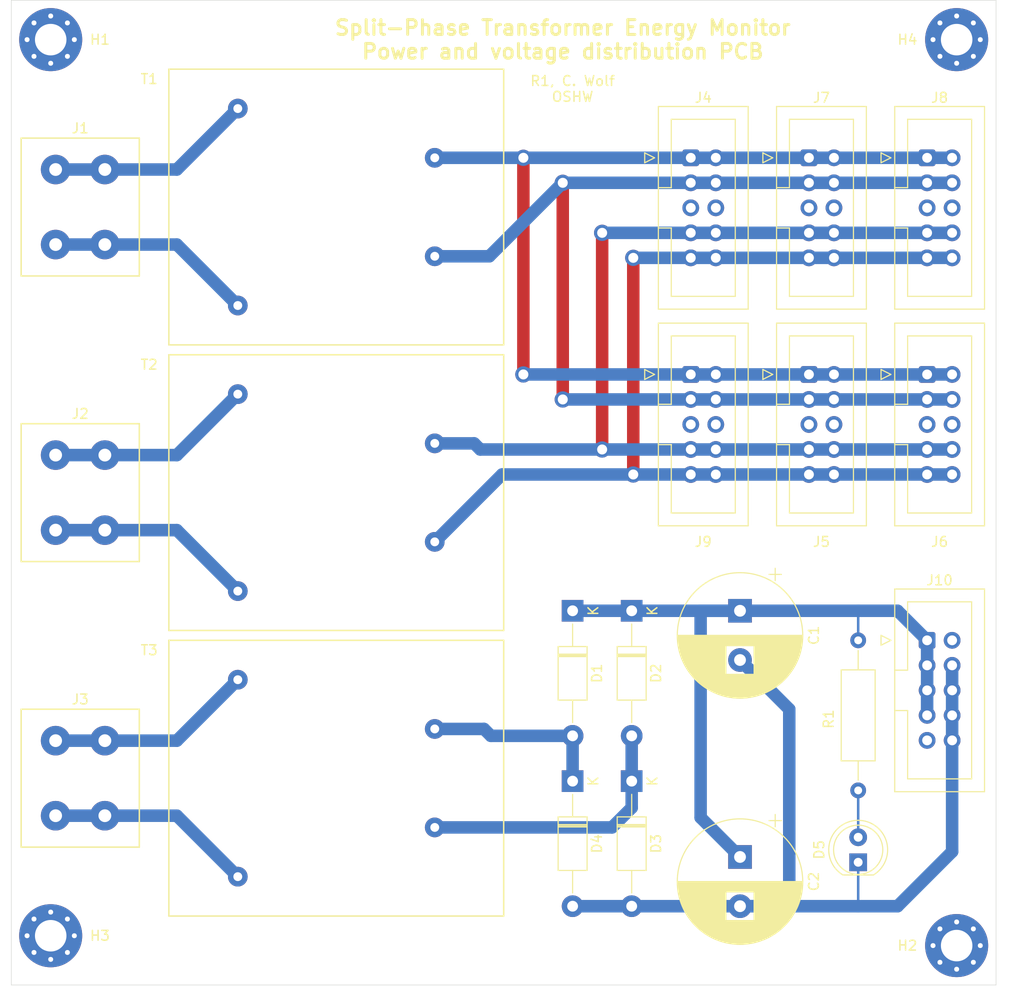
<source format=kicad_pcb>
(kicad_pcb (version 20171130) (host pcbnew "(5.1.6)-1")

  (general
    (thickness 1.6)
    (drawings 6)
    (tracks 70)
    (zones 0)
    (modules 25)
    (nets 30)
  )

  (page A4)
  (layers
    (0 F.Cu signal)
    (31 B.Cu signal)
    (32 B.Adhes user)
    (33 F.Adhes user)
    (34 B.Paste user)
    (35 F.Paste user)
    (36 B.SilkS user)
    (37 F.SilkS user)
    (38 B.Mask user)
    (39 F.Mask user)
    (40 Dwgs.User user)
    (41 Cmts.User user)
    (42 Eco1.User user)
    (43 Eco2.User user)
    (44 Edge.Cuts user)
    (45 Margin user)
    (46 B.CrtYd user)
    (47 F.CrtYd user)
    (48 B.Fab user)
    (49 F.Fab user)
  )

  (setup
    (last_trace_width 0.254)
    (user_trace_width 0.254)
    (user_trace_width 0.635)
    (user_trace_width 1.27)
    (trace_clearance 0.2)
    (zone_clearance 0.508)
    (zone_45_only no)
    (trace_min 0.2)
    (via_size 0.8)
    (via_drill 0.4)
    (via_min_size 0.4)
    (via_min_drill 0.3)
    (user_via 1.651 1.016)
    (uvia_size 0.3)
    (uvia_drill 0.1)
    (uvias_allowed no)
    (uvia_min_size 0.2)
    (uvia_min_drill 0.1)
    (edge_width 0.05)
    (segment_width 0.2)
    (pcb_text_width 0.3)
    (pcb_text_size 1.5 1.5)
    (mod_edge_width 0.12)
    (mod_text_size 1 1)
    (mod_text_width 0.15)
    (pad_size 1.524 1.524)
    (pad_drill 0.762)
    (pad_to_mask_clearance 0.05)
    (aux_axis_origin 0 0)
    (grid_origin 50 50)
    (visible_elements 7FFFFFFF)
    (pcbplotparams
      (layerselection 0x010fc_ffffffff)
      (usegerberextensions false)
      (usegerberattributes true)
      (usegerberadvancedattributes true)
      (creategerberjobfile true)
      (excludeedgelayer true)
      (linewidth 0.100000)
      (plotframeref false)
      (viasonmask false)
      (mode 1)
      (useauxorigin false)
      (hpglpennumber 1)
      (hpglpenspeed 20)
      (hpglpendiameter 15.000000)
      (psnegative false)
      (psa4output false)
      (plotreference true)
      (plotvalue true)
      (plotinvisibletext false)
      (padsonsilk false)
      (subtractmaskfromsilk false)
      (outputformat 1)
      (mirror false)
      (drillshape 1)
      (scaleselection 1)
      (outputdirectory ""))
  )

  (net 0 "")
  (net 1 "Net-(J1-Pad2)")
  (net 2 "Net-(J1-Pad1)")
  (net 3 "Net-(J2-Pad2)")
  (net 4 "Net-(J2-Pad1)")
  (net 5 "Net-(J3-Pad2)")
  (net 6 "Net-(J3-Pad1)")
  (net 7 "Net-(J4-Pad1)")
  (net 8 "Net-(J4-Pad3)")
  (net 9 "Net-(J4-Pad7)")
  (net 10 "Net-(J4-Pad10)")
  (net 11 "Net-(D1-Pad2)")
  (net 12 "Net-(D2-Pad2)")
  (net 13 "Net-(J4-Pad6)")
  (net 14 "Net-(J4-Pad5)")
  (net 15 "Net-(J5-Pad6)")
  (net 16 "Net-(J5-Pad5)")
  (net 17 "Net-(J7-Pad6)")
  (net 18 "Net-(J7-Pad5)")
  (net 19 "Net-(J8-Pad6)")
  (net 20 "Net-(J8-Pad5)")
  (net 21 "Net-(J9-Pad6)")
  (net 22 "Net-(J9-Pad5)")
  (net 23 "Net-(J6-Pad6)")
  (net 24 "Net-(J6-Pad5)")
  (net 25 "Net-(J10-Pad2)")
  (net 26 "Net-(J10-Pad9)")
  (net 27 GND)
  (net 28 +9V)
  (net 29 "Net-(D5-Pad2)")

  (net_class Default "This is the default net class."
    (clearance 0.2)
    (trace_width 0.25)
    (via_dia 0.8)
    (via_drill 0.4)
    (uvia_dia 0.3)
    (uvia_drill 0.1)
    (add_net +9V)
    (add_net GND)
    (add_net "Net-(D1-Pad2)")
    (add_net "Net-(D2-Pad2)")
    (add_net "Net-(D5-Pad2)")
    (add_net "Net-(J1-Pad1)")
    (add_net "Net-(J1-Pad2)")
    (add_net "Net-(J10-Pad2)")
    (add_net "Net-(J10-Pad9)")
    (add_net "Net-(J2-Pad1)")
    (add_net "Net-(J2-Pad2)")
    (add_net "Net-(J3-Pad1)")
    (add_net "Net-(J3-Pad2)")
    (add_net "Net-(J4-Pad1)")
    (add_net "Net-(J4-Pad10)")
    (add_net "Net-(J4-Pad3)")
    (add_net "Net-(J4-Pad5)")
    (add_net "Net-(J4-Pad6)")
    (add_net "Net-(J4-Pad7)")
    (add_net "Net-(J5-Pad5)")
    (add_net "Net-(J5-Pad6)")
    (add_net "Net-(J6-Pad5)")
    (add_net "Net-(J6-Pad6)")
    (add_net "Net-(J7-Pad5)")
    (add_net "Net-(J7-Pad6)")
    (add_net "Net-(J8-Pad5)")
    (add_net "Net-(J8-Pad6)")
    (add_net "Net-(J9-Pad5)")
    (add_net "Net-(J9-Pad6)")
  )

  (module Resistor_THT:R_Axial_DIN0309_L9.0mm_D3.2mm_P15.24mm_Horizontal (layer F.Cu) (tedit 5AE5139B) (tstamp 5F44C6B0)
    (at 136 115 270)
    (descr "Resistor, Axial_DIN0309 series, Axial, Horizontal, pin pitch=15.24mm, 0.5W = 1/2W, length*diameter=9*3.2mm^2, http://cdn-reichelt.de/documents/datenblatt/B400/1_4W%23YAG.pdf")
    (tags "Resistor Axial_DIN0309 series Axial Horizontal pin pitch 15.24mm 0.5W = 1/2W length 9mm diameter 3.2mm")
    (path /5F4539FF)
    (fp_text reference R1 (at 8 3 90) (layer F.SilkS)
      (effects (font (size 1 1) (thickness 0.15)))
    )
    (fp_text value 1K (at 7.62 2.72 90) (layer F.Fab)
      (effects (font (size 1 1) (thickness 0.15)))
    )
    (fp_text user %R (at 7.62 0 90) (layer F.Fab)
      (effects (font (size 1 1) (thickness 0.15)))
    )
    (fp_line (start 3.12 -1.6) (end 3.12 1.6) (layer F.Fab) (width 0.1))
    (fp_line (start 3.12 1.6) (end 12.12 1.6) (layer F.Fab) (width 0.1))
    (fp_line (start 12.12 1.6) (end 12.12 -1.6) (layer F.Fab) (width 0.1))
    (fp_line (start 12.12 -1.6) (end 3.12 -1.6) (layer F.Fab) (width 0.1))
    (fp_line (start 0 0) (end 3.12 0) (layer F.Fab) (width 0.1))
    (fp_line (start 15.24 0) (end 12.12 0) (layer F.Fab) (width 0.1))
    (fp_line (start 3 -1.72) (end 3 1.72) (layer F.SilkS) (width 0.12))
    (fp_line (start 3 1.72) (end 12.24 1.72) (layer F.SilkS) (width 0.12))
    (fp_line (start 12.24 1.72) (end 12.24 -1.72) (layer F.SilkS) (width 0.12))
    (fp_line (start 12.24 -1.72) (end 3 -1.72) (layer F.SilkS) (width 0.12))
    (fp_line (start 1.04 0) (end 3 0) (layer F.SilkS) (width 0.12))
    (fp_line (start 14.2 0) (end 12.24 0) (layer F.SilkS) (width 0.12))
    (fp_line (start -1.05 -1.85) (end -1.05 1.85) (layer F.CrtYd) (width 0.05))
    (fp_line (start -1.05 1.85) (end 16.29 1.85) (layer F.CrtYd) (width 0.05))
    (fp_line (start 16.29 1.85) (end 16.29 -1.85) (layer F.CrtYd) (width 0.05))
    (fp_line (start 16.29 -1.85) (end -1.05 -1.85) (layer F.CrtYd) (width 0.05))
    (pad 2 thru_hole oval (at 15.24 0 270) (size 1.6 1.6) (drill 0.8) (layers *.Cu *.Mask)
      (net 29 "Net-(D5-Pad2)"))
    (pad 1 thru_hole circle (at 0 0 270) (size 1.6 1.6) (drill 0.8) (layers *.Cu *.Mask)
      (net 28 +9V))
    (model ${KISYS3DMOD}/Resistor_THT.3dshapes/R_Axial_DIN0309_L9.0mm_D3.2mm_P15.24mm_Horizontal.wrl
      (at (xyz 0 0 0))
      (scale (xyz 1 1 1))
      (rotate (xyz 0 0 0))
    )
  )

  (module LED_THT:LED_D5.0mm_Clear (layer F.Cu) (tedit 5A6C9BC0) (tstamp 5F44C35B)
    (at 136 137.54 90)
    (descr "LED, diameter 5.0mm, 2 pins, http://cdn-reichelt.de/documents/datenblatt/A500/LL-504BC2E-009.pdf")
    (tags "LED diameter 5.0mm 2 pins")
    (path /5F454E7B)
    (fp_text reference D5 (at 1.27 -3.96 90) (layer F.SilkS)
      (effects (font (size 1 1) (thickness 0.15)))
    )
    (fp_text value LED (at 1.27 3.96 90) (layer F.Fab)
      (effects (font (size 1 1) (thickness 0.15)))
    )
    (fp_arc (start 1.27 0) (end -1.29 1.54483) (angle -148.9) (layer F.SilkS) (width 0.12))
    (fp_arc (start 1.27 0) (end -1.29 -1.54483) (angle 148.9) (layer F.SilkS) (width 0.12))
    (fp_arc (start 1.27 0) (end -1.23 -1.469694) (angle 299.1) (layer F.Fab) (width 0.1))
    (fp_text user %R (at 1.25 0 90) (layer F.Fab)
      (effects (font (size 0.8 0.8) (thickness 0.2)))
    )
    (fp_line (start -1.23 -1.469694) (end -1.23 1.469694) (layer F.Fab) (width 0.1))
    (fp_line (start -1.29 -1.545) (end -1.29 1.545) (layer F.SilkS) (width 0.12))
    (fp_line (start -1.95 -3.25) (end -1.95 3.25) (layer F.CrtYd) (width 0.05))
    (fp_line (start -1.95 3.25) (end 4.5 3.25) (layer F.CrtYd) (width 0.05))
    (fp_line (start 4.5 3.25) (end 4.5 -3.25) (layer F.CrtYd) (width 0.05))
    (fp_line (start 4.5 -3.25) (end -1.95 -3.25) (layer F.CrtYd) (width 0.05))
    (fp_circle (center 1.27 0) (end 3.77 0) (layer F.Fab) (width 0.1))
    (fp_circle (center 1.27 0) (end 3.77 0) (layer F.SilkS) (width 0.12))
    (pad 2 thru_hole circle (at 2.54 0 90) (size 1.8 1.8) (drill 0.9) (layers *.Cu *.Mask)
      (net 29 "Net-(D5-Pad2)"))
    (pad 1 thru_hole rect (at 0 0 90) (size 1.8 1.8) (drill 0.9) (layers *.Cu *.Mask)
      (net 27 GND))
    (model ${KISYS3DMOD}/LED_THT.3dshapes/LED_D5.0mm_Clear.wrl
      (at (xyz 0 0 0))
      (scale (xyz 1 1 1))
      (rotate (xyz 0 0 0))
    )
  )

  (module Connector_IDC:IDC-Header_2x05_P2.54mm_Vertical (layer F.Cu) (tedit 5EAC9A07) (tstamp 5F44634C)
    (at 119 88)
    (descr "Through hole IDC box header, 2x05, 2.54mm pitch, DIN 41651 / IEC 60603-13, double rows, https://docs.google.com/spreadsheets/d/16SsEcesNF15N3Lb4niX7dcUr-NY5_MFPQhobNuNppn4/edit#gid=0")
    (tags "Through hole vertical IDC box header THT 2x05 2.54mm double row")
    (path /5F50AF88)
    (fp_text reference J9 (at 1.27 17) (layer F.SilkS)
      (effects (font (size 1 1) (thickness 0.15)))
    )
    (fp_text value Conn_02x05_Odd_Even (at 1.27 16.26) (layer F.Fab)
      (effects (font (size 1 1) (thickness 0.15)))
    )
    (fp_line (start 6.22 -5.6) (end -3.68 -5.6) (layer F.CrtYd) (width 0.05))
    (fp_line (start 6.22 15.76) (end 6.22 -5.6) (layer F.CrtYd) (width 0.05))
    (fp_line (start -3.68 15.76) (end 6.22 15.76) (layer F.CrtYd) (width 0.05))
    (fp_line (start -3.68 -5.6) (end -3.68 15.76) (layer F.CrtYd) (width 0.05))
    (fp_line (start -4.68 0.5) (end -3.68 0) (layer F.SilkS) (width 0.12))
    (fp_line (start -4.68 -0.5) (end -4.68 0.5) (layer F.SilkS) (width 0.12))
    (fp_line (start -3.68 0) (end -4.68 -0.5) (layer F.SilkS) (width 0.12))
    (fp_line (start -1.98 7.13) (end -3.29 7.13) (layer F.SilkS) (width 0.12))
    (fp_line (start -1.98 7.13) (end -1.98 7.13) (layer F.SilkS) (width 0.12))
    (fp_line (start -1.98 14.07) (end -1.98 7.13) (layer F.SilkS) (width 0.12))
    (fp_line (start 4.52 14.07) (end -1.98 14.07) (layer F.SilkS) (width 0.12))
    (fp_line (start 4.52 -3.91) (end 4.52 14.07) (layer F.SilkS) (width 0.12))
    (fp_line (start -1.98 -3.91) (end 4.52 -3.91) (layer F.SilkS) (width 0.12))
    (fp_line (start -1.98 3.03) (end -1.98 -3.91) (layer F.SilkS) (width 0.12))
    (fp_line (start -3.29 3.03) (end -1.98 3.03) (layer F.SilkS) (width 0.12))
    (fp_line (start -3.29 15.37) (end -3.29 -5.21) (layer F.SilkS) (width 0.12))
    (fp_line (start 5.83 15.37) (end -3.29 15.37) (layer F.SilkS) (width 0.12))
    (fp_line (start 5.83 -5.21) (end 5.83 15.37) (layer F.SilkS) (width 0.12))
    (fp_line (start -3.29 -5.21) (end 5.83 -5.21) (layer F.SilkS) (width 0.12))
    (fp_line (start -1.98 7.13) (end -3.18 7.13) (layer F.Fab) (width 0.1))
    (fp_line (start -1.98 7.13) (end -1.98 7.13) (layer F.Fab) (width 0.1))
    (fp_line (start -1.98 14.07) (end -1.98 7.13) (layer F.Fab) (width 0.1))
    (fp_line (start 4.52 14.07) (end -1.98 14.07) (layer F.Fab) (width 0.1))
    (fp_line (start 4.52 -3.91) (end 4.52 14.07) (layer F.Fab) (width 0.1))
    (fp_line (start -1.98 -3.91) (end 4.52 -3.91) (layer F.Fab) (width 0.1))
    (fp_line (start -1.98 3.03) (end -1.98 -3.91) (layer F.Fab) (width 0.1))
    (fp_line (start -3.18 3.03) (end -1.98 3.03) (layer F.Fab) (width 0.1))
    (fp_line (start -3.18 15.26) (end -3.18 -4.1) (layer F.Fab) (width 0.1))
    (fp_line (start 5.72 15.26) (end -3.18 15.26) (layer F.Fab) (width 0.1))
    (fp_line (start 5.72 -5.1) (end 5.72 15.26) (layer F.Fab) (width 0.1))
    (fp_line (start -2.18 -5.1) (end 5.72 -5.1) (layer F.Fab) (width 0.1))
    (fp_line (start -3.18 -4.1) (end -2.18 -5.1) (layer F.Fab) (width 0.1))
    (fp_text user %R (at 1.27 5.08 90) (layer F.Fab)
      (effects (font (size 1 1) (thickness 0.15)))
    )
    (pad 10 thru_hole circle (at 2.54 10.16) (size 1.7 1.7) (drill 1) (layers *.Cu *.Mask)
      (net 10 "Net-(J4-Pad10)"))
    (pad 8 thru_hole circle (at 2.54 7.62) (size 1.7 1.7) (drill 1) (layers *.Cu *.Mask)
      (net 9 "Net-(J4-Pad7)"))
    (pad 6 thru_hole circle (at 2.54 5.08) (size 1.7 1.7) (drill 1) (layers *.Cu *.Mask)
      (net 21 "Net-(J9-Pad6)"))
    (pad 4 thru_hole circle (at 2.54 2.54) (size 1.7 1.7) (drill 1) (layers *.Cu *.Mask)
      (net 8 "Net-(J4-Pad3)"))
    (pad 2 thru_hole circle (at 2.54 0) (size 1.7 1.7) (drill 1) (layers *.Cu *.Mask)
      (net 7 "Net-(J4-Pad1)"))
    (pad 9 thru_hole circle (at 0 10.16) (size 1.7 1.7) (drill 1) (layers *.Cu *.Mask)
      (net 10 "Net-(J4-Pad10)"))
    (pad 7 thru_hole circle (at 0 7.62) (size 1.7 1.7) (drill 1) (layers *.Cu *.Mask)
      (net 9 "Net-(J4-Pad7)"))
    (pad 5 thru_hole circle (at 0 5.08) (size 1.7 1.7) (drill 1) (layers *.Cu *.Mask)
      (net 22 "Net-(J9-Pad5)"))
    (pad 3 thru_hole circle (at 0 2.54) (size 1.7 1.7) (drill 1) (layers *.Cu *.Mask)
      (net 8 "Net-(J4-Pad3)"))
    (pad 1 thru_hole roundrect (at 0 0) (size 1.7 1.7) (drill 1) (layers *.Cu *.Mask) (roundrect_rratio 0.147059)
      (net 7 "Net-(J4-Pad1)"))
    (model ${KISYS3DMOD}/Connector_IDC.3dshapes/IDC-Header_2x05_P2.54mm_Vertical.wrl
      (at (xyz 0 0 0))
      (scale (xyz 1 1 1))
      (rotate (xyz 0 0 0))
    )
  )

  (module MountingHole:MountingHole_3.2mm_M3_Pad_Via (layer F.Cu) (tedit 56DDBCCA) (tstamp 5F4446DA)
    (at 146 54)
    (descr "Mounting Hole 3.2mm, M3")
    (tags "mounting hole 3.2mm m3")
    (path /5F500B2A)
    (attr virtual)
    (fp_text reference H4 (at -5 0) (layer F.SilkS)
      (effects (font (size 1 1) (thickness 0.15)))
    )
    (fp_text value MountingHole (at 0 4.2) (layer F.Fab)
      (effects (font (size 1 1) (thickness 0.15)))
    )
    (fp_circle (center 0 0) (end 3.45 0) (layer F.CrtYd) (width 0.05))
    (fp_circle (center 0 0) (end 3.2 0) (layer Cmts.User) (width 0.15))
    (fp_text user %R (at 0.3 0) (layer F.Fab)
      (effects (font (size 1 1) (thickness 0.15)))
    )
    (pad 1 thru_hole circle (at 1.697056 -1.697056) (size 0.8 0.8) (drill 0.5) (layers *.Cu *.Mask))
    (pad 1 thru_hole circle (at 0 -2.4) (size 0.8 0.8) (drill 0.5) (layers *.Cu *.Mask))
    (pad 1 thru_hole circle (at -1.697056 -1.697056) (size 0.8 0.8) (drill 0.5) (layers *.Cu *.Mask))
    (pad 1 thru_hole circle (at -2.4 0) (size 0.8 0.8) (drill 0.5) (layers *.Cu *.Mask))
    (pad 1 thru_hole circle (at -1.697056 1.697056) (size 0.8 0.8) (drill 0.5) (layers *.Cu *.Mask))
    (pad 1 thru_hole circle (at 0 2.4) (size 0.8 0.8) (drill 0.5) (layers *.Cu *.Mask))
    (pad 1 thru_hole circle (at 1.697056 1.697056) (size 0.8 0.8) (drill 0.5) (layers *.Cu *.Mask))
    (pad 1 thru_hole circle (at 2.4 0) (size 0.8 0.8) (drill 0.5) (layers *.Cu *.Mask))
    (pad 1 thru_hole circle (at 0 0) (size 6.4 6.4) (drill 3.2) (layers *.Cu *.Mask))
  )

  (module MountingHole:MountingHole_3.2mm_M3_Pad_Via (layer F.Cu) (tedit 56DDBCCA) (tstamp 5F4446CA)
    (at 54 145)
    (descr "Mounting Hole 3.2mm, M3")
    (tags "mounting hole 3.2mm m3")
    (path /5F5008F2)
    (attr virtual)
    (fp_text reference H3 (at 5 0) (layer F.SilkS)
      (effects (font (size 1 1) (thickness 0.15)))
    )
    (fp_text value MountingHole (at 0 4.2) (layer F.Fab)
      (effects (font (size 1 1) (thickness 0.15)))
    )
    (fp_circle (center 0 0) (end 3.45 0) (layer F.CrtYd) (width 0.05))
    (fp_circle (center 0 0) (end 3.2 0) (layer Cmts.User) (width 0.15))
    (fp_text user %R (at 0.3 0) (layer F.Fab)
      (effects (font (size 1 1) (thickness 0.15)))
    )
    (pad 1 thru_hole circle (at 1.697056 -1.697056) (size 0.8 0.8) (drill 0.5) (layers *.Cu *.Mask))
    (pad 1 thru_hole circle (at 0 -2.4) (size 0.8 0.8) (drill 0.5) (layers *.Cu *.Mask))
    (pad 1 thru_hole circle (at -1.697056 -1.697056) (size 0.8 0.8) (drill 0.5) (layers *.Cu *.Mask))
    (pad 1 thru_hole circle (at -2.4 0) (size 0.8 0.8) (drill 0.5) (layers *.Cu *.Mask))
    (pad 1 thru_hole circle (at -1.697056 1.697056) (size 0.8 0.8) (drill 0.5) (layers *.Cu *.Mask))
    (pad 1 thru_hole circle (at 0 2.4) (size 0.8 0.8) (drill 0.5) (layers *.Cu *.Mask))
    (pad 1 thru_hole circle (at 1.697056 1.697056) (size 0.8 0.8) (drill 0.5) (layers *.Cu *.Mask))
    (pad 1 thru_hole circle (at 2.4 0) (size 0.8 0.8) (drill 0.5) (layers *.Cu *.Mask))
    (pad 1 thru_hole circle (at 0 0) (size 6.4 6.4) (drill 3.2) (layers *.Cu *.Mask))
  )

  (module MountingHole:MountingHole_3.2mm_M3_Pad_Via (layer F.Cu) (tedit 56DDBCCA) (tstamp 5F4446BA)
    (at 146 146)
    (descr "Mounting Hole 3.2mm, M3")
    (tags "mounting hole 3.2mm m3")
    (path /5F5005DF)
    (attr virtual)
    (fp_text reference H2 (at -5 0) (layer F.SilkS)
      (effects (font (size 1 1) (thickness 0.15)))
    )
    (fp_text value MountingHole (at 0 4.2) (layer F.Fab)
      (effects (font (size 1 1) (thickness 0.15)))
    )
    (fp_circle (center 0 0) (end 3.45 0) (layer F.CrtYd) (width 0.05))
    (fp_circle (center 0 0) (end 3.2 0) (layer Cmts.User) (width 0.15))
    (fp_text user %R (at 0.3 0) (layer F.Fab)
      (effects (font (size 1 1) (thickness 0.15)))
    )
    (pad 1 thru_hole circle (at 1.697056 -1.697056) (size 0.8 0.8) (drill 0.5) (layers *.Cu *.Mask))
    (pad 1 thru_hole circle (at 0 -2.4) (size 0.8 0.8) (drill 0.5) (layers *.Cu *.Mask))
    (pad 1 thru_hole circle (at -1.697056 -1.697056) (size 0.8 0.8) (drill 0.5) (layers *.Cu *.Mask))
    (pad 1 thru_hole circle (at -2.4 0) (size 0.8 0.8) (drill 0.5) (layers *.Cu *.Mask))
    (pad 1 thru_hole circle (at -1.697056 1.697056) (size 0.8 0.8) (drill 0.5) (layers *.Cu *.Mask))
    (pad 1 thru_hole circle (at 0 2.4) (size 0.8 0.8) (drill 0.5) (layers *.Cu *.Mask))
    (pad 1 thru_hole circle (at 1.697056 1.697056) (size 0.8 0.8) (drill 0.5) (layers *.Cu *.Mask))
    (pad 1 thru_hole circle (at 2.4 0) (size 0.8 0.8) (drill 0.5) (layers *.Cu *.Mask))
    (pad 1 thru_hole circle (at 0 0) (size 6.4 6.4) (drill 3.2) (layers *.Cu *.Mask))
  )

  (module MountingHole:MountingHole_3.2mm_M3_Pad_Via (layer F.Cu) (tedit 56DDBCCA) (tstamp 5F4446AA)
    (at 54 54)
    (descr "Mounting Hole 3.2mm, M3")
    (tags "mounting hole 3.2mm m3")
    (path /5F4FFC29)
    (attr virtual)
    (fp_text reference H1 (at 5 0) (layer F.SilkS)
      (effects (font (size 1 1) (thickness 0.15)))
    )
    (fp_text value MountingHole (at 0 4.2) (layer F.Fab)
      (effects (font (size 1 1) (thickness 0.15)))
    )
    (fp_circle (center 0 0) (end 3.45 0) (layer F.CrtYd) (width 0.05))
    (fp_circle (center 0 0) (end 3.2 0) (layer Cmts.User) (width 0.15))
    (fp_text user %R (at 0.3 0) (layer F.Fab)
      (effects (font (size 1 1) (thickness 0.15)))
    )
    (pad 1 thru_hole circle (at 1.697056 -1.697056) (size 0.8 0.8) (drill 0.5) (layers *.Cu *.Mask))
    (pad 1 thru_hole circle (at 0 -2.4) (size 0.8 0.8) (drill 0.5) (layers *.Cu *.Mask))
    (pad 1 thru_hole circle (at -1.697056 -1.697056) (size 0.8 0.8) (drill 0.5) (layers *.Cu *.Mask))
    (pad 1 thru_hole circle (at -2.4 0) (size 0.8 0.8) (drill 0.5) (layers *.Cu *.Mask))
    (pad 1 thru_hole circle (at -1.697056 1.697056) (size 0.8 0.8) (drill 0.5) (layers *.Cu *.Mask))
    (pad 1 thru_hole circle (at 0 2.4) (size 0.8 0.8) (drill 0.5) (layers *.Cu *.Mask))
    (pad 1 thru_hole circle (at 1.697056 1.697056) (size 0.8 0.8) (drill 0.5) (layers *.Cu *.Mask))
    (pad 1 thru_hole circle (at 2.4 0) (size 0.8 0.8) (drill 0.5) (layers *.Cu *.Mask))
    (pad 1 thru_hole circle (at 0 0) (size 6.4 6.4) (drill 3.2) (layers *.Cu *.Mask))
  )

  (module Connector_IDC:IDC-Header_2x05_P2.54mm_Vertical (layer F.Cu) (tedit 5EAC9A07) (tstamp 5F440528)
    (at 143 66)
    (descr "Through hole IDC box header, 2x05, 2.54mm pitch, DIN 41651 / IEC 60603-13, double rows, https://docs.google.com/spreadsheets/d/16SsEcesNF15N3Lb4niX7dcUr-NY5_MFPQhobNuNppn4/edit#gid=0")
    (tags "Through hole vertical IDC box header THT 2x05 2.54mm double row")
    (path /5F451E53)
    (fp_text reference J8 (at 1.27 -6.1) (layer F.SilkS)
      (effects (font (size 1 1) (thickness 0.15)))
    )
    (fp_text value Conn_02x05_Odd_Even (at 1.27 16.26) (layer F.Fab)
      (effects (font (size 1 1) (thickness 0.15)))
    )
    (fp_line (start 6.22 -5.6) (end -3.68 -5.6) (layer F.CrtYd) (width 0.05))
    (fp_line (start 6.22 15.76) (end 6.22 -5.6) (layer F.CrtYd) (width 0.05))
    (fp_line (start -3.68 15.76) (end 6.22 15.76) (layer F.CrtYd) (width 0.05))
    (fp_line (start -3.68 -5.6) (end -3.68 15.76) (layer F.CrtYd) (width 0.05))
    (fp_line (start -4.68 0.5) (end -3.68 0) (layer F.SilkS) (width 0.12))
    (fp_line (start -4.68 -0.5) (end -4.68 0.5) (layer F.SilkS) (width 0.12))
    (fp_line (start -3.68 0) (end -4.68 -0.5) (layer F.SilkS) (width 0.12))
    (fp_line (start -1.98 7.13) (end -3.29 7.13) (layer F.SilkS) (width 0.12))
    (fp_line (start -1.98 7.13) (end -1.98 7.13) (layer F.SilkS) (width 0.12))
    (fp_line (start -1.98 14.07) (end -1.98 7.13) (layer F.SilkS) (width 0.12))
    (fp_line (start 4.52 14.07) (end -1.98 14.07) (layer F.SilkS) (width 0.12))
    (fp_line (start 4.52 -3.91) (end 4.52 14.07) (layer F.SilkS) (width 0.12))
    (fp_line (start -1.98 -3.91) (end 4.52 -3.91) (layer F.SilkS) (width 0.12))
    (fp_line (start -1.98 3.03) (end -1.98 -3.91) (layer F.SilkS) (width 0.12))
    (fp_line (start -3.29 3.03) (end -1.98 3.03) (layer F.SilkS) (width 0.12))
    (fp_line (start -3.29 15.37) (end -3.29 -5.21) (layer F.SilkS) (width 0.12))
    (fp_line (start 5.83 15.37) (end -3.29 15.37) (layer F.SilkS) (width 0.12))
    (fp_line (start 5.83 -5.21) (end 5.83 15.37) (layer F.SilkS) (width 0.12))
    (fp_line (start -3.29 -5.21) (end 5.83 -5.21) (layer F.SilkS) (width 0.12))
    (fp_line (start -1.98 7.13) (end -3.18 7.13) (layer F.Fab) (width 0.1))
    (fp_line (start -1.98 7.13) (end -1.98 7.13) (layer F.Fab) (width 0.1))
    (fp_line (start -1.98 14.07) (end -1.98 7.13) (layer F.Fab) (width 0.1))
    (fp_line (start 4.52 14.07) (end -1.98 14.07) (layer F.Fab) (width 0.1))
    (fp_line (start 4.52 -3.91) (end 4.52 14.07) (layer F.Fab) (width 0.1))
    (fp_line (start -1.98 -3.91) (end 4.52 -3.91) (layer F.Fab) (width 0.1))
    (fp_line (start -1.98 3.03) (end -1.98 -3.91) (layer F.Fab) (width 0.1))
    (fp_line (start -3.18 3.03) (end -1.98 3.03) (layer F.Fab) (width 0.1))
    (fp_line (start -3.18 15.26) (end -3.18 -4.1) (layer F.Fab) (width 0.1))
    (fp_line (start 5.72 15.26) (end -3.18 15.26) (layer F.Fab) (width 0.1))
    (fp_line (start 5.72 -5.1) (end 5.72 15.26) (layer F.Fab) (width 0.1))
    (fp_line (start -2.18 -5.1) (end 5.72 -5.1) (layer F.Fab) (width 0.1))
    (fp_line (start -3.18 -4.1) (end -2.18 -5.1) (layer F.Fab) (width 0.1))
    (fp_text user %R (at 1.27 5.08 90) (layer F.Fab)
      (effects (font (size 1 1) (thickness 0.15)))
    )
    (pad 10 thru_hole circle (at 2.54 10.16) (size 1.7 1.7) (drill 1) (layers *.Cu *.Mask)
      (net 10 "Net-(J4-Pad10)"))
    (pad 8 thru_hole circle (at 2.54 7.62) (size 1.7 1.7) (drill 1) (layers *.Cu *.Mask)
      (net 9 "Net-(J4-Pad7)"))
    (pad 6 thru_hole circle (at 2.54 5.08) (size 1.7 1.7) (drill 1) (layers *.Cu *.Mask)
      (net 19 "Net-(J8-Pad6)"))
    (pad 4 thru_hole circle (at 2.54 2.54) (size 1.7 1.7) (drill 1) (layers *.Cu *.Mask)
      (net 8 "Net-(J4-Pad3)"))
    (pad 2 thru_hole circle (at 2.54 0) (size 1.7 1.7) (drill 1) (layers *.Cu *.Mask)
      (net 7 "Net-(J4-Pad1)"))
    (pad 9 thru_hole circle (at 0 10.16) (size 1.7 1.7) (drill 1) (layers *.Cu *.Mask)
      (net 10 "Net-(J4-Pad10)"))
    (pad 7 thru_hole circle (at 0 7.62) (size 1.7 1.7) (drill 1) (layers *.Cu *.Mask)
      (net 9 "Net-(J4-Pad7)"))
    (pad 5 thru_hole circle (at 0 5.08) (size 1.7 1.7) (drill 1) (layers *.Cu *.Mask)
      (net 20 "Net-(J8-Pad5)"))
    (pad 3 thru_hole circle (at 0 2.54) (size 1.7 1.7) (drill 1) (layers *.Cu *.Mask)
      (net 8 "Net-(J4-Pad3)"))
    (pad 1 thru_hole roundrect (at 0 0) (size 1.7 1.7) (drill 1) (layers *.Cu *.Mask) (roundrect_rratio 0.147059)
      (net 7 "Net-(J4-Pad1)"))
    (model ${KISYS3DMOD}/Connector_IDC.3dshapes/IDC-Header_2x05_P2.54mm_Vertical.wrl
      (at (xyz 0 0 0))
      (scale (xyz 1 1 1))
      (rotate (xyz 0 0 0))
    )
  )

  (module Connector_IDC:IDC-Header_2x05_P2.54mm_Vertical (layer F.Cu) (tedit 5EAC9A07) (tstamp 5F444F55)
    (at 131 66)
    (descr "Through hole IDC box header, 2x05, 2.54mm pitch, DIN 41651 / IEC 60603-13, double rows, https://docs.google.com/spreadsheets/d/16SsEcesNF15N3Lb4niX7dcUr-NY5_MFPQhobNuNppn4/edit#gid=0")
    (tags "Through hole vertical IDC box header THT 2x05 2.54mm double row")
    (path /5F44E90C)
    (fp_text reference J7 (at 1.27 -6.1) (layer F.SilkS)
      (effects (font (size 1 1) (thickness 0.15)))
    )
    (fp_text value Conn_02x05_Odd_Even (at 1.27 16.26) (layer F.Fab)
      (effects (font (size 1 1) (thickness 0.15)))
    )
    (fp_line (start 6.22 -5.6) (end -3.68 -5.6) (layer F.CrtYd) (width 0.05))
    (fp_line (start 6.22 15.76) (end 6.22 -5.6) (layer F.CrtYd) (width 0.05))
    (fp_line (start -3.68 15.76) (end 6.22 15.76) (layer F.CrtYd) (width 0.05))
    (fp_line (start -3.68 -5.6) (end -3.68 15.76) (layer F.CrtYd) (width 0.05))
    (fp_line (start -4.68 0.5) (end -3.68 0) (layer F.SilkS) (width 0.12))
    (fp_line (start -4.68 -0.5) (end -4.68 0.5) (layer F.SilkS) (width 0.12))
    (fp_line (start -3.68 0) (end -4.68 -0.5) (layer F.SilkS) (width 0.12))
    (fp_line (start -1.98 7.13) (end -3.29 7.13) (layer F.SilkS) (width 0.12))
    (fp_line (start -1.98 7.13) (end -1.98 7.13) (layer F.SilkS) (width 0.12))
    (fp_line (start -1.98 14.07) (end -1.98 7.13) (layer F.SilkS) (width 0.12))
    (fp_line (start 4.52 14.07) (end -1.98 14.07) (layer F.SilkS) (width 0.12))
    (fp_line (start 4.52 -3.91) (end 4.52 14.07) (layer F.SilkS) (width 0.12))
    (fp_line (start -1.98 -3.91) (end 4.52 -3.91) (layer F.SilkS) (width 0.12))
    (fp_line (start -1.98 3.03) (end -1.98 -3.91) (layer F.SilkS) (width 0.12))
    (fp_line (start -3.29 3.03) (end -1.98 3.03) (layer F.SilkS) (width 0.12))
    (fp_line (start -3.29 15.37) (end -3.29 -5.21) (layer F.SilkS) (width 0.12))
    (fp_line (start 5.83 15.37) (end -3.29 15.37) (layer F.SilkS) (width 0.12))
    (fp_line (start 5.83 -5.21) (end 5.83 15.37) (layer F.SilkS) (width 0.12))
    (fp_line (start -3.29 -5.21) (end 5.83 -5.21) (layer F.SilkS) (width 0.12))
    (fp_line (start -1.98 7.13) (end -3.18 7.13) (layer F.Fab) (width 0.1))
    (fp_line (start -1.98 7.13) (end -1.98 7.13) (layer F.Fab) (width 0.1))
    (fp_line (start -1.98 14.07) (end -1.98 7.13) (layer F.Fab) (width 0.1))
    (fp_line (start 4.52 14.07) (end -1.98 14.07) (layer F.Fab) (width 0.1))
    (fp_line (start 4.52 -3.91) (end 4.52 14.07) (layer F.Fab) (width 0.1))
    (fp_line (start -1.98 -3.91) (end 4.52 -3.91) (layer F.Fab) (width 0.1))
    (fp_line (start -1.98 3.03) (end -1.98 -3.91) (layer F.Fab) (width 0.1))
    (fp_line (start -3.18 3.03) (end -1.98 3.03) (layer F.Fab) (width 0.1))
    (fp_line (start -3.18 15.26) (end -3.18 -4.1) (layer F.Fab) (width 0.1))
    (fp_line (start 5.72 15.26) (end -3.18 15.26) (layer F.Fab) (width 0.1))
    (fp_line (start 5.72 -5.1) (end 5.72 15.26) (layer F.Fab) (width 0.1))
    (fp_line (start -2.18 -5.1) (end 5.72 -5.1) (layer F.Fab) (width 0.1))
    (fp_line (start -3.18 -4.1) (end -2.18 -5.1) (layer F.Fab) (width 0.1))
    (fp_text user %R (at 1.27 5.08 90) (layer F.Fab)
      (effects (font (size 1 1) (thickness 0.15)))
    )
    (pad 10 thru_hole circle (at 2.54 10.16) (size 1.7 1.7) (drill 1) (layers *.Cu *.Mask)
      (net 10 "Net-(J4-Pad10)"))
    (pad 8 thru_hole circle (at 2.54 7.62) (size 1.7 1.7) (drill 1) (layers *.Cu *.Mask)
      (net 9 "Net-(J4-Pad7)"))
    (pad 6 thru_hole circle (at 2.54 5.08) (size 1.7 1.7) (drill 1) (layers *.Cu *.Mask)
      (net 17 "Net-(J7-Pad6)"))
    (pad 4 thru_hole circle (at 2.54 2.54) (size 1.7 1.7) (drill 1) (layers *.Cu *.Mask)
      (net 8 "Net-(J4-Pad3)"))
    (pad 2 thru_hole circle (at 2.54 0) (size 1.7 1.7) (drill 1) (layers *.Cu *.Mask)
      (net 7 "Net-(J4-Pad1)"))
    (pad 9 thru_hole circle (at 0 10.16) (size 1.7 1.7) (drill 1) (layers *.Cu *.Mask)
      (net 10 "Net-(J4-Pad10)"))
    (pad 7 thru_hole circle (at 0 7.62) (size 1.7 1.7) (drill 1) (layers *.Cu *.Mask)
      (net 9 "Net-(J4-Pad7)"))
    (pad 5 thru_hole circle (at 0 5.08) (size 1.7 1.7) (drill 1) (layers *.Cu *.Mask)
      (net 18 "Net-(J7-Pad5)"))
    (pad 3 thru_hole circle (at 0 2.54) (size 1.7 1.7) (drill 1) (layers *.Cu *.Mask)
      (net 8 "Net-(J4-Pad3)"))
    (pad 1 thru_hole roundrect (at 0 0) (size 1.7 1.7) (drill 1) (layers *.Cu *.Mask) (roundrect_rratio 0.147059)
      (net 7 "Net-(J4-Pad1)"))
    (model ${KISYS3DMOD}/Connector_IDC.3dshapes/IDC-Header_2x05_P2.54mm_Vertical.wrl
      (at (xyz 0 0 0))
      (scale (xyz 1 1 1))
      (rotate (xyz 0 0 0))
    )
  )

  (module Connector_IDC:IDC-Header_2x05_P2.54mm_Vertical (layer F.Cu) (tedit 5EAC9A07) (tstamp 5F4406C6)
    (at 143 88)
    (descr "Through hole IDC box header, 2x05, 2.54mm pitch, DIN 41651 / IEC 60603-13, double rows, https://docs.google.com/spreadsheets/d/16SsEcesNF15N3Lb4niX7dcUr-NY5_MFPQhobNuNppn4/edit#gid=0")
    (tags "Through hole vertical IDC box header THT 2x05 2.54mm double row")
    (path /5F44C38F)
    (fp_text reference J6 (at 1.27 17) (layer F.SilkS)
      (effects (font (size 1 1) (thickness 0.15)))
    )
    (fp_text value Conn_02x05_Odd_Even (at 1.27 16.26) (layer F.Fab)
      (effects (font (size 1 1) (thickness 0.15)))
    )
    (fp_line (start 6.22 -5.6) (end -3.68 -5.6) (layer F.CrtYd) (width 0.05))
    (fp_line (start 6.22 15.76) (end 6.22 -5.6) (layer F.CrtYd) (width 0.05))
    (fp_line (start -3.68 15.76) (end 6.22 15.76) (layer F.CrtYd) (width 0.05))
    (fp_line (start -3.68 -5.6) (end -3.68 15.76) (layer F.CrtYd) (width 0.05))
    (fp_line (start -4.68 0.5) (end -3.68 0) (layer F.SilkS) (width 0.12))
    (fp_line (start -4.68 -0.5) (end -4.68 0.5) (layer F.SilkS) (width 0.12))
    (fp_line (start -3.68 0) (end -4.68 -0.5) (layer F.SilkS) (width 0.12))
    (fp_line (start -1.98 7.13) (end -3.29 7.13) (layer F.SilkS) (width 0.12))
    (fp_line (start -1.98 7.13) (end -1.98 7.13) (layer F.SilkS) (width 0.12))
    (fp_line (start -1.98 14.07) (end -1.98 7.13) (layer F.SilkS) (width 0.12))
    (fp_line (start 4.52 14.07) (end -1.98 14.07) (layer F.SilkS) (width 0.12))
    (fp_line (start 4.52 -3.91) (end 4.52 14.07) (layer F.SilkS) (width 0.12))
    (fp_line (start -1.98 -3.91) (end 4.52 -3.91) (layer F.SilkS) (width 0.12))
    (fp_line (start -1.98 3.03) (end -1.98 -3.91) (layer F.SilkS) (width 0.12))
    (fp_line (start -3.29 3.03) (end -1.98 3.03) (layer F.SilkS) (width 0.12))
    (fp_line (start -3.29 15.37) (end -3.29 -5.21) (layer F.SilkS) (width 0.12))
    (fp_line (start 5.83 15.37) (end -3.29 15.37) (layer F.SilkS) (width 0.12))
    (fp_line (start 5.83 -5.21) (end 5.83 15.37) (layer F.SilkS) (width 0.12))
    (fp_line (start -3.29 -5.21) (end 5.83 -5.21) (layer F.SilkS) (width 0.12))
    (fp_line (start -1.98 7.13) (end -3.18 7.13) (layer F.Fab) (width 0.1))
    (fp_line (start -1.98 7.13) (end -1.98 7.13) (layer F.Fab) (width 0.1))
    (fp_line (start -1.98 14.07) (end -1.98 7.13) (layer F.Fab) (width 0.1))
    (fp_line (start 4.52 14.07) (end -1.98 14.07) (layer F.Fab) (width 0.1))
    (fp_line (start 4.52 -3.91) (end 4.52 14.07) (layer F.Fab) (width 0.1))
    (fp_line (start -1.98 -3.91) (end 4.52 -3.91) (layer F.Fab) (width 0.1))
    (fp_line (start -1.98 3.03) (end -1.98 -3.91) (layer F.Fab) (width 0.1))
    (fp_line (start -3.18 3.03) (end -1.98 3.03) (layer F.Fab) (width 0.1))
    (fp_line (start -3.18 15.26) (end -3.18 -4.1) (layer F.Fab) (width 0.1))
    (fp_line (start 5.72 15.26) (end -3.18 15.26) (layer F.Fab) (width 0.1))
    (fp_line (start 5.72 -5.1) (end 5.72 15.26) (layer F.Fab) (width 0.1))
    (fp_line (start -2.18 -5.1) (end 5.72 -5.1) (layer F.Fab) (width 0.1))
    (fp_line (start -3.18 -4.1) (end -2.18 -5.1) (layer F.Fab) (width 0.1))
    (fp_text user %R (at 1.27 5.08 90) (layer F.Fab)
      (effects (font (size 1 1) (thickness 0.15)))
    )
    (pad 10 thru_hole circle (at 2.54 10.16) (size 1.7 1.7) (drill 1) (layers *.Cu *.Mask)
      (net 10 "Net-(J4-Pad10)"))
    (pad 8 thru_hole circle (at 2.54 7.62) (size 1.7 1.7) (drill 1) (layers *.Cu *.Mask)
      (net 9 "Net-(J4-Pad7)"))
    (pad 6 thru_hole circle (at 2.54 5.08) (size 1.7 1.7) (drill 1) (layers *.Cu *.Mask)
      (net 23 "Net-(J6-Pad6)"))
    (pad 4 thru_hole circle (at 2.54 2.54) (size 1.7 1.7) (drill 1) (layers *.Cu *.Mask)
      (net 8 "Net-(J4-Pad3)"))
    (pad 2 thru_hole circle (at 2.54 0) (size 1.7 1.7) (drill 1) (layers *.Cu *.Mask)
      (net 7 "Net-(J4-Pad1)"))
    (pad 9 thru_hole circle (at 0 10.16) (size 1.7 1.7) (drill 1) (layers *.Cu *.Mask)
      (net 10 "Net-(J4-Pad10)"))
    (pad 7 thru_hole circle (at 0 7.62) (size 1.7 1.7) (drill 1) (layers *.Cu *.Mask)
      (net 9 "Net-(J4-Pad7)"))
    (pad 5 thru_hole circle (at 0 5.08) (size 1.7 1.7) (drill 1) (layers *.Cu *.Mask)
      (net 24 "Net-(J6-Pad5)"))
    (pad 3 thru_hole circle (at 0 2.54) (size 1.7 1.7) (drill 1) (layers *.Cu *.Mask)
      (net 8 "Net-(J4-Pad3)"))
    (pad 1 thru_hole roundrect (at 0 0) (size 1.7 1.7) (drill 1) (layers *.Cu *.Mask) (roundrect_rratio 0.147059)
      (net 7 "Net-(J4-Pad1)"))
    (model ${KISYS3DMOD}/Connector_IDC.3dshapes/IDC-Header_2x05_P2.54mm_Vertical.wrl
      (at (xyz 0 0 0))
      (scale (xyz 1 1 1))
      (rotate (xyz 0 0 0))
    )
  )

  (module Connector_IDC:IDC-Header_2x05_P2.54mm_Vertical (layer F.Cu) (tedit 5EAC9A07) (tstamp 5F440A41)
    (at 143 115)
    (descr "Through hole IDC box header, 2x05, 2.54mm pitch, DIN 41651 / IEC 60603-13, double rows, https://docs.google.com/spreadsheets/d/16SsEcesNF15N3Lb4niX7dcUr-NY5_MFPQhobNuNppn4/edit#gid=0")
    (tags "Through hole vertical IDC box header THT 2x05 2.54mm double row")
    (path /5F480DC7)
    (fp_text reference J10 (at 1.27 -6.1) (layer F.SilkS)
      (effects (font (size 1 1) (thickness 0.15)))
    )
    (fp_text value Conn_02x05_Odd_Even (at 1.27 16.26) (layer F.Fab)
      (effects (font (size 1 1) (thickness 0.15)))
    )
    (fp_line (start 6.22 -5.6) (end -3.68 -5.6) (layer F.CrtYd) (width 0.05))
    (fp_line (start 6.22 15.76) (end 6.22 -5.6) (layer F.CrtYd) (width 0.05))
    (fp_line (start -3.68 15.76) (end 6.22 15.76) (layer F.CrtYd) (width 0.05))
    (fp_line (start -3.68 -5.6) (end -3.68 15.76) (layer F.CrtYd) (width 0.05))
    (fp_line (start -4.68 0.5) (end -3.68 0) (layer F.SilkS) (width 0.12))
    (fp_line (start -4.68 -0.5) (end -4.68 0.5) (layer F.SilkS) (width 0.12))
    (fp_line (start -3.68 0) (end -4.68 -0.5) (layer F.SilkS) (width 0.12))
    (fp_line (start -1.98 7.13) (end -3.29 7.13) (layer F.SilkS) (width 0.12))
    (fp_line (start -1.98 7.13) (end -1.98 7.13) (layer F.SilkS) (width 0.12))
    (fp_line (start -1.98 14.07) (end -1.98 7.13) (layer F.SilkS) (width 0.12))
    (fp_line (start 4.52 14.07) (end -1.98 14.07) (layer F.SilkS) (width 0.12))
    (fp_line (start 4.52 -3.91) (end 4.52 14.07) (layer F.SilkS) (width 0.12))
    (fp_line (start -1.98 -3.91) (end 4.52 -3.91) (layer F.SilkS) (width 0.12))
    (fp_line (start -1.98 3.03) (end -1.98 -3.91) (layer F.SilkS) (width 0.12))
    (fp_line (start -3.29 3.03) (end -1.98 3.03) (layer F.SilkS) (width 0.12))
    (fp_line (start -3.29 15.37) (end -3.29 -5.21) (layer F.SilkS) (width 0.12))
    (fp_line (start 5.83 15.37) (end -3.29 15.37) (layer F.SilkS) (width 0.12))
    (fp_line (start 5.83 -5.21) (end 5.83 15.37) (layer F.SilkS) (width 0.12))
    (fp_line (start -3.29 -5.21) (end 5.83 -5.21) (layer F.SilkS) (width 0.12))
    (fp_line (start -1.98 7.13) (end -3.18 7.13) (layer F.Fab) (width 0.1))
    (fp_line (start -1.98 7.13) (end -1.98 7.13) (layer F.Fab) (width 0.1))
    (fp_line (start -1.98 14.07) (end -1.98 7.13) (layer F.Fab) (width 0.1))
    (fp_line (start 4.52 14.07) (end -1.98 14.07) (layer F.Fab) (width 0.1))
    (fp_line (start 4.52 -3.91) (end 4.52 14.07) (layer F.Fab) (width 0.1))
    (fp_line (start -1.98 -3.91) (end 4.52 -3.91) (layer F.Fab) (width 0.1))
    (fp_line (start -1.98 3.03) (end -1.98 -3.91) (layer F.Fab) (width 0.1))
    (fp_line (start -3.18 3.03) (end -1.98 3.03) (layer F.Fab) (width 0.1))
    (fp_line (start -3.18 15.26) (end -3.18 -4.1) (layer F.Fab) (width 0.1))
    (fp_line (start 5.72 15.26) (end -3.18 15.26) (layer F.Fab) (width 0.1))
    (fp_line (start 5.72 -5.1) (end 5.72 15.26) (layer F.Fab) (width 0.1))
    (fp_line (start -2.18 -5.1) (end 5.72 -5.1) (layer F.Fab) (width 0.1))
    (fp_line (start -3.18 -4.1) (end -2.18 -5.1) (layer F.Fab) (width 0.1))
    (fp_text user %R (at 1.27 5.08 90) (layer F.Fab)
      (effects (font (size 1 1) (thickness 0.15)))
    )
    (pad 10 thru_hole circle (at 2.54 10.16) (size 1.7 1.7) (drill 1) (layers *.Cu *.Mask)
      (net 27 GND))
    (pad 8 thru_hole circle (at 2.54 7.62) (size 1.7 1.7) (drill 1) (layers *.Cu *.Mask)
      (net 27 GND))
    (pad 6 thru_hole circle (at 2.54 5.08) (size 1.7 1.7) (drill 1) (layers *.Cu *.Mask)
      (net 27 GND))
    (pad 4 thru_hole circle (at 2.54 2.54) (size 1.7 1.7) (drill 1) (layers *.Cu *.Mask)
      (net 27 GND))
    (pad 2 thru_hole circle (at 2.54 0) (size 1.7 1.7) (drill 1) (layers *.Cu *.Mask)
      (net 25 "Net-(J10-Pad2)"))
    (pad 9 thru_hole circle (at 0 10.16) (size 1.7 1.7) (drill 1) (layers *.Cu *.Mask)
      (net 26 "Net-(J10-Pad9)"))
    (pad 7 thru_hole circle (at 0 7.62) (size 1.7 1.7) (drill 1) (layers *.Cu *.Mask)
      (net 28 +9V))
    (pad 5 thru_hole circle (at 0 5.08) (size 1.7 1.7) (drill 1) (layers *.Cu *.Mask)
      (net 28 +9V))
    (pad 3 thru_hole circle (at 0 2.54) (size 1.7 1.7) (drill 1) (layers *.Cu *.Mask)
      (net 28 +9V))
    (pad 1 thru_hole roundrect (at 0 0) (size 1.7 1.7) (drill 1) (layers *.Cu *.Mask) (roundrect_rratio 0.147059)
      (net 28 +9V))
    (model ${KISYS3DMOD}/Connector_IDC.3dshapes/IDC-Header_2x05_P2.54mm_Vertical.wrl
      (at (xyz 0 0 0))
      (scale (xyz 1 1 1))
      (rotate (xyz 0 0 0))
    )
  )

  (module Connector_IDC:IDC-Header_2x05_P2.54mm_Vertical (layer F.Cu) (tedit 5EAC9A07) (tstamp 5F4405B2)
    (at 131 88)
    (descr "Through hole IDC box header, 2x05, 2.54mm pitch, DIN 41651 / IEC 60603-13, double rows, https://docs.google.com/spreadsheets/d/16SsEcesNF15N3Lb4niX7dcUr-NY5_MFPQhobNuNppn4/edit#gid=0")
    (tags "Through hole vertical IDC box header THT 2x05 2.54mm double row")
    (path /5F44A5FD)
    (fp_text reference J5 (at 1.27 17) (layer F.SilkS)
      (effects (font (size 1 1) (thickness 0.15)))
    )
    (fp_text value Conn_02x05_Odd_Even (at 1.27 16.26) (layer F.Fab)
      (effects (font (size 1 1) (thickness 0.15)))
    )
    (fp_line (start 6.22 -5.6) (end -3.68 -5.6) (layer F.CrtYd) (width 0.05))
    (fp_line (start 6.22 15.76) (end 6.22 -5.6) (layer F.CrtYd) (width 0.05))
    (fp_line (start -3.68 15.76) (end 6.22 15.76) (layer F.CrtYd) (width 0.05))
    (fp_line (start -3.68 -5.6) (end -3.68 15.76) (layer F.CrtYd) (width 0.05))
    (fp_line (start -4.68 0.5) (end -3.68 0) (layer F.SilkS) (width 0.12))
    (fp_line (start -4.68 -0.5) (end -4.68 0.5) (layer F.SilkS) (width 0.12))
    (fp_line (start -3.68 0) (end -4.68 -0.5) (layer F.SilkS) (width 0.12))
    (fp_line (start -1.98 7.13) (end -3.29 7.13) (layer F.SilkS) (width 0.12))
    (fp_line (start -1.98 7.13) (end -1.98 7.13) (layer F.SilkS) (width 0.12))
    (fp_line (start -1.98 14.07) (end -1.98 7.13) (layer F.SilkS) (width 0.12))
    (fp_line (start 4.52 14.07) (end -1.98 14.07) (layer F.SilkS) (width 0.12))
    (fp_line (start 4.52 -3.91) (end 4.52 14.07) (layer F.SilkS) (width 0.12))
    (fp_line (start -1.98 -3.91) (end 4.52 -3.91) (layer F.SilkS) (width 0.12))
    (fp_line (start -1.98 3.03) (end -1.98 -3.91) (layer F.SilkS) (width 0.12))
    (fp_line (start -3.29 3.03) (end -1.98 3.03) (layer F.SilkS) (width 0.12))
    (fp_line (start -3.29 15.37) (end -3.29 -5.21) (layer F.SilkS) (width 0.12))
    (fp_line (start 5.83 15.37) (end -3.29 15.37) (layer F.SilkS) (width 0.12))
    (fp_line (start 5.83 -5.21) (end 5.83 15.37) (layer F.SilkS) (width 0.12))
    (fp_line (start -3.29 -5.21) (end 5.83 -5.21) (layer F.SilkS) (width 0.12))
    (fp_line (start -1.98 7.13) (end -3.18 7.13) (layer F.Fab) (width 0.1))
    (fp_line (start -1.98 7.13) (end -1.98 7.13) (layer F.Fab) (width 0.1))
    (fp_line (start -1.98 14.07) (end -1.98 7.13) (layer F.Fab) (width 0.1))
    (fp_line (start 4.52 14.07) (end -1.98 14.07) (layer F.Fab) (width 0.1))
    (fp_line (start 4.52 -3.91) (end 4.52 14.07) (layer F.Fab) (width 0.1))
    (fp_line (start -1.98 -3.91) (end 4.52 -3.91) (layer F.Fab) (width 0.1))
    (fp_line (start -1.98 3.03) (end -1.98 -3.91) (layer F.Fab) (width 0.1))
    (fp_line (start -3.18 3.03) (end -1.98 3.03) (layer F.Fab) (width 0.1))
    (fp_line (start -3.18 15.26) (end -3.18 -4.1) (layer F.Fab) (width 0.1))
    (fp_line (start 5.72 15.26) (end -3.18 15.26) (layer F.Fab) (width 0.1))
    (fp_line (start 5.72 -5.1) (end 5.72 15.26) (layer F.Fab) (width 0.1))
    (fp_line (start -2.18 -5.1) (end 5.72 -5.1) (layer F.Fab) (width 0.1))
    (fp_line (start -3.18 -4.1) (end -2.18 -5.1) (layer F.Fab) (width 0.1))
    (fp_text user %R (at 1.27 5.08 90) (layer F.Fab)
      (effects (font (size 1 1) (thickness 0.15)))
    )
    (pad 10 thru_hole circle (at 2.54 10.16) (size 1.7 1.7) (drill 1) (layers *.Cu *.Mask)
      (net 10 "Net-(J4-Pad10)"))
    (pad 8 thru_hole circle (at 2.54 7.62) (size 1.7 1.7) (drill 1) (layers *.Cu *.Mask)
      (net 9 "Net-(J4-Pad7)"))
    (pad 6 thru_hole circle (at 2.54 5.08) (size 1.7 1.7) (drill 1) (layers *.Cu *.Mask)
      (net 15 "Net-(J5-Pad6)"))
    (pad 4 thru_hole circle (at 2.54 2.54) (size 1.7 1.7) (drill 1) (layers *.Cu *.Mask)
      (net 8 "Net-(J4-Pad3)"))
    (pad 2 thru_hole circle (at 2.54 0) (size 1.7 1.7) (drill 1) (layers *.Cu *.Mask)
      (net 7 "Net-(J4-Pad1)"))
    (pad 9 thru_hole circle (at 0 10.16) (size 1.7 1.7) (drill 1) (layers *.Cu *.Mask)
      (net 10 "Net-(J4-Pad10)"))
    (pad 7 thru_hole circle (at 0 7.62) (size 1.7 1.7) (drill 1) (layers *.Cu *.Mask)
      (net 9 "Net-(J4-Pad7)"))
    (pad 5 thru_hole circle (at 0 5.08) (size 1.7 1.7) (drill 1) (layers *.Cu *.Mask)
      (net 16 "Net-(J5-Pad5)"))
    (pad 3 thru_hole circle (at 0 2.54) (size 1.7 1.7) (drill 1) (layers *.Cu *.Mask)
      (net 8 "Net-(J4-Pad3)"))
    (pad 1 thru_hole roundrect (at 0 0) (size 1.7 1.7) (drill 1) (layers *.Cu *.Mask) (roundrect_rratio 0.147059)
      (net 7 "Net-(J4-Pad1)"))
    (model ${KISYS3DMOD}/Connector_IDC.3dshapes/IDC-Header_2x05_P2.54mm_Vertical.wrl
      (at (xyz 0 0 0))
      (scale (xyz 1 1 1))
      (rotate (xyz 0 0 0))
    )
  )

  (module Connector_IDC:IDC-Header_2x05_P2.54mm_Vertical (layer F.Cu) (tedit 5EAC9A07) (tstamp 5F4408E8)
    (at 119 66)
    (descr "Through hole IDC box header, 2x05, 2.54mm pitch, DIN 41651 / IEC 60603-13, double rows, https://docs.google.com/spreadsheets/d/16SsEcesNF15N3Lb4niX7dcUr-NY5_MFPQhobNuNppn4/edit#gid=0")
    (tags "Through hole vertical IDC box header THT 2x05 2.54mm double row")
    (path /5F4407B3)
    (fp_text reference J4 (at 1.27 -6.1) (layer F.SilkS)
      (effects (font (size 1 1) (thickness 0.15)))
    )
    (fp_text value Conn_02x05_Odd_Even (at 1.27 16.26) (layer F.Fab)
      (effects (font (size 1 1) (thickness 0.15)))
    )
    (fp_line (start 6.22 -5.6) (end -3.68 -5.6) (layer F.CrtYd) (width 0.05))
    (fp_line (start 6.22 15.76) (end 6.22 -5.6) (layer F.CrtYd) (width 0.05))
    (fp_line (start -3.68 15.76) (end 6.22 15.76) (layer F.CrtYd) (width 0.05))
    (fp_line (start -3.68 -5.6) (end -3.68 15.76) (layer F.CrtYd) (width 0.05))
    (fp_line (start -4.68 0.5) (end -3.68 0) (layer F.SilkS) (width 0.12))
    (fp_line (start -4.68 -0.5) (end -4.68 0.5) (layer F.SilkS) (width 0.12))
    (fp_line (start -3.68 0) (end -4.68 -0.5) (layer F.SilkS) (width 0.12))
    (fp_line (start -1.98 7.13) (end -3.29 7.13) (layer F.SilkS) (width 0.12))
    (fp_line (start -1.98 7.13) (end -1.98 7.13) (layer F.SilkS) (width 0.12))
    (fp_line (start -1.98 14.07) (end -1.98 7.13) (layer F.SilkS) (width 0.12))
    (fp_line (start 4.52 14.07) (end -1.98 14.07) (layer F.SilkS) (width 0.12))
    (fp_line (start 4.52 -3.91) (end 4.52 14.07) (layer F.SilkS) (width 0.12))
    (fp_line (start -1.98 -3.91) (end 4.52 -3.91) (layer F.SilkS) (width 0.12))
    (fp_line (start -1.98 3.03) (end -1.98 -3.91) (layer F.SilkS) (width 0.12))
    (fp_line (start -3.29 3.03) (end -1.98 3.03) (layer F.SilkS) (width 0.12))
    (fp_line (start -3.29 15.37) (end -3.29 -5.21) (layer F.SilkS) (width 0.12))
    (fp_line (start 5.83 15.37) (end -3.29 15.37) (layer F.SilkS) (width 0.12))
    (fp_line (start 5.83 -5.21) (end 5.83 15.37) (layer F.SilkS) (width 0.12))
    (fp_line (start -3.29 -5.21) (end 5.83 -5.21) (layer F.SilkS) (width 0.12))
    (fp_line (start -1.98 7.13) (end -3.18 7.13) (layer F.Fab) (width 0.1))
    (fp_line (start -1.98 7.13) (end -1.98 7.13) (layer F.Fab) (width 0.1))
    (fp_line (start -1.98 14.07) (end -1.98 7.13) (layer F.Fab) (width 0.1))
    (fp_line (start 4.52 14.07) (end -1.98 14.07) (layer F.Fab) (width 0.1))
    (fp_line (start 4.52 -3.91) (end 4.52 14.07) (layer F.Fab) (width 0.1))
    (fp_line (start -1.98 -3.91) (end 4.52 -3.91) (layer F.Fab) (width 0.1))
    (fp_line (start -1.98 3.03) (end -1.98 -3.91) (layer F.Fab) (width 0.1))
    (fp_line (start -3.18 3.03) (end -1.98 3.03) (layer F.Fab) (width 0.1))
    (fp_line (start -3.18 15.26) (end -3.18 -4.1) (layer F.Fab) (width 0.1))
    (fp_line (start 5.72 15.26) (end -3.18 15.26) (layer F.Fab) (width 0.1))
    (fp_line (start 5.72 -5.1) (end 5.72 15.26) (layer F.Fab) (width 0.1))
    (fp_line (start -2.18 -5.1) (end 5.72 -5.1) (layer F.Fab) (width 0.1))
    (fp_line (start -3.18 -4.1) (end -2.18 -5.1) (layer F.Fab) (width 0.1))
    (fp_text user %R (at 1.27 5.08 90) (layer F.Fab)
      (effects (font (size 1 1) (thickness 0.15)))
    )
    (pad 10 thru_hole circle (at 2.54 10.16) (size 1.7 1.7) (drill 1) (layers *.Cu *.Mask)
      (net 10 "Net-(J4-Pad10)"))
    (pad 8 thru_hole circle (at 2.54 7.62) (size 1.7 1.7) (drill 1) (layers *.Cu *.Mask)
      (net 9 "Net-(J4-Pad7)"))
    (pad 6 thru_hole circle (at 2.54 5.08) (size 1.7 1.7) (drill 1) (layers *.Cu *.Mask)
      (net 13 "Net-(J4-Pad6)"))
    (pad 4 thru_hole circle (at 2.54 2.54) (size 1.7 1.7) (drill 1) (layers *.Cu *.Mask)
      (net 8 "Net-(J4-Pad3)"))
    (pad 2 thru_hole circle (at 2.54 0) (size 1.7 1.7) (drill 1) (layers *.Cu *.Mask)
      (net 7 "Net-(J4-Pad1)"))
    (pad 9 thru_hole circle (at 0 10.16) (size 1.7 1.7) (drill 1) (layers *.Cu *.Mask)
      (net 10 "Net-(J4-Pad10)"))
    (pad 7 thru_hole circle (at 0 7.62) (size 1.7 1.7) (drill 1) (layers *.Cu *.Mask)
      (net 9 "Net-(J4-Pad7)"))
    (pad 5 thru_hole circle (at 0 5.08) (size 1.7 1.7) (drill 1) (layers *.Cu *.Mask)
      (net 14 "Net-(J4-Pad5)"))
    (pad 3 thru_hole circle (at 0 2.54) (size 1.7 1.7) (drill 1) (layers *.Cu *.Mask)
      (net 8 "Net-(J4-Pad3)"))
    (pad 1 thru_hole roundrect (at 0 0) (size 1.7 1.7) (drill 1) (layers *.Cu *.Mask) (roundrect_rratio 0.147059)
      (net 7 "Net-(J4-Pad1)"))
    (model ${KISYS3DMOD}/Connector_IDC.3dshapes/IDC-Header_2x05_P2.54mm_Vertical.wrl
      (at (xyz 0 0 0))
      (scale (xyz 1 1 1))
      (rotate (xyz 0 0 0))
    )
  )

  (module Diode_THT:D_DO-41_SOD81_P12.70mm_Horizontal (layer F.Cu) (tedit 5AE50CD5) (tstamp 5F440962)
    (at 107 129.3 270)
    (descr "Diode, DO-41_SOD81 series, Axial, Horizontal, pin pitch=12.7mm, , length*diameter=5.2*2.7mm^2, , http://www.diodes.com/_files/packages/DO-41%20(Plastic).pdf")
    (tags "Diode DO-41_SOD81 series Axial Horizontal pin pitch 12.7mm  length 5.2mm diameter 2.7mm")
    (path /5F44650E)
    (fp_text reference D4 (at 6.35 -2.47 90) (layer F.SilkS)
      (effects (font (size 1 1) (thickness 0.15)))
    )
    (fp_text value D (at 6.35 2.47 90) (layer F.Fab)
      (effects (font (size 1 1) (thickness 0.15)))
    )
    (fp_line (start 14.05 -1.6) (end -1.35 -1.6) (layer F.CrtYd) (width 0.05))
    (fp_line (start 14.05 1.6) (end 14.05 -1.6) (layer F.CrtYd) (width 0.05))
    (fp_line (start -1.35 1.6) (end 14.05 1.6) (layer F.CrtYd) (width 0.05))
    (fp_line (start -1.35 -1.6) (end -1.35 1.6) (layer F.CrtYd) (width 0.05))
    (fp_line (start 4.41 -1.47) (end 4.41 1.47) (layer F.SilkS) (width 0.12))
    (fp_line (start 4.65 -1.47) (end 4.65 1.47) (layer F.SilkS) (width 0.12))
    (fp_line (start 4.53 -1.47) (end 4.53 1.47) (layer F.SilkS) (width 0.12))
    (fp_line (start 11.36 0) (end 9.07 0) (layer F.SilkS) (width 0.12))
    (fp_line (start 1.34 0) (end 3.63 0) (layer F.SilkS) (width 0.12))
    (fp_line (start 9.07 -1.47) (end 3.63 -1.47) (layer F.SilkS) (width 0.12))
    (fp_line (start 9.07 1.47) (end 9.07 -1.47) (layer F.SilkS) (width 0.12))
    (fp_line (start 3.63 1.47) (end 9.07 1.47) (layer F.SilkS) (width 0.12))
    (fp_line (start 3.63 -1.47) (end 3.63 1.47) (layer F.SilkS) (width 0.12))
    (fp_line (start 4.43 -1.35) (end 4.43 1.35) (layer F.Fab) (width 0.1))
    (fp_line (start 4.63 -1.35) (end 4.63 1.35) (layer F.Fab) (width 0.1))
    (fp_line (start 4.53 -1.35) (end 4.53 1.35) (layer F.Fab) (width 0.1))
    (fp_line (start 12.7 0) (end 8.95 0) (layer F.Fab) (width 0.1))
    (fp_line (start 0 0) (end 3.75 0) (layer F.Fab) (width 0.1))
    (fp_line (start 8.95 -1.35) (end 3.75 -1.35) (layer F.Fab) (width 0.1))
    (fp_line (start 8.95 1.35) (end 8.95 -1.35) (layer F.Fab) (width 0.1))
    (fp_line (start 3.75 1.35) (end 8.95 1.35) (layer F.Fab) (width 0.1))
    (fp_line (start 3.75 -1.35) (end 3.75 1.35) (layer F.Fab) (width 0.1))
    (fp_text user K (at 0 -2.1 90) (layer F.SilkS)
      (effects (font (size 1 1) (thickness 0.15)))
    )
    (fp_text user K (at 0 -2.1 90) (layer F.Fab)
      (effects (font (size 1 1) (thickness 0.15)))
    )
    (fp_text user %R (at 6.74 0 90) (layer F.Fab)
      (effects (font (size 1 1) (thickness 0.15)))
    )
    (pad 2 thru_hole oval (at 12.7 0 270) (size 2.2 2.2) (drill 1.1) (layers *.Cu *.Mask)
      (net 27 GND))
    (pad 1 thru_hole rect (at 0 0 270) (size 2.2 2.2) (drill 1.1) (layers *.Cu *.Mask)
      (net 11 "Net-(D1-Pad2)"))
    (model ${KISYS3DMOD}/Diode_THT.3dshapes/D_DO-41_SOD81_P12.70mm_Horizontal.wrl
      (at (xyz 0 0 0))
      (scale (xyz 1 1 1))
      (rotate (xyz 0 0 0))
    )
  )

  (module Diode_THT:D_DO-41_SOD81_P12.70mm_Horizontal (layer F.Cu) (tedit 5AE50CD5) (tstamp 5F44DCB5)
    (at 113 129.3 270)
    (descr "Diode, DO-41_SOD81 series, Axial, Horizontal, pin pitch=12.7mm, , length*diameter=5.2*2.7mm^2, , http://www.diodes.com/_files/packages/DO-41%20(Plastic).pdf")
    (tags "Diode DO-41_SOD81 series Axial Horizontal pin pitch 12.7mm  length 5.2mm diameter 2.7mm")
    (path /5F44603A)
    (fp_text reference D3 (at 6.35 -2.47 90) (layer F.SilkS)
      (effects (font (size 1 1) (thickness 0.15)))
    )
    (fp_text value D (at 6.35 2.47 90) (layer F.Fab)
      (effects (font (size 1 1) (thickness 0.15)))
    )
    (fp_line (start 14.05 -1.6) (end -1.35 -1.6) (layer F.CrtYd) (width 0.05))
    (fp_line (start 14.05 1.6) (end 14.05 -1.6) (layer F.CrtYd) (width 0.05))
    (fp_line (start -1.35 1.6) (end 14.05 1.6) (layer F.CrtYd) (width 0.05))
    (fp_line (start -1.35 -1.6) (end -1.35 1.6) (layer F.CrtYd) (width 0.05))
    (fp_line (start 4.41 -1.47) (end 4.41 1.47) (layer F.SilkS) (width 0.12))
    (fp_line (start 4.65 -1.47) (end 4.65 1.47) (layer F.SilkS) (width 0.12))
    (fp_line (start 4.53 -1.47) (end 4.53 1.47) (layer F.SilkS) (width 0.12))
    (fp_line (start 11.36 0) (end 9.07 0) (layer F.SilkS) (width 0.12))
    (fp_line (start 1.34 0) (end 3.63 0) (layer F.SilkS) (width 0.12))
    (fp_line (start 9.07 -1.47) (end 3.63 -1.47) (layer F.SilkS) (width 0.12))
    (fp_line (start 9.07 1.47) (end 9.07 -1.47) (layer F.SilkS) (width 0.12))
    (fp_line (start 3.63 1.47) (end 9.07 1.47) (layer F.SilkS) (width 0.12))
    (fp_line (start 3.63 -1.47) (end 3.63 1.47) (layer F.SilkS) (width 0.12))
    (fp_line (start 4.43 -1.35) (end 4.43 1.35) (layer F.Fab) (width 0.1))
    (fp_line (start 4.63 -1.35) (end 4.63 1.35) (layer F.Fab) (width 0.1))
    (fp_line (start 4.53 -1.35) (end 4.53 1.35) (layer F.Fab) (width 0.1))
    (fp_line (start 12.7 0) (end 8.95 0) (layer F.Fab) (width 0.1))
    (fp_line (start 0 0) (end 3.75 0) (layer F.Fab) (width 0.1))
    (fp_line (start 8.95 -1.35) (end 3.75 -1.35) (layer F.Fab) (width 0.1))
    (fp_line (start 8.95 1.35) (end 8.95 -1.35) (layer F.Fab) (width 0.1))
    (fp_line (start 3.75 1.35) (end 8.95 1.35) (layer F.Fab) (width 0.1))
    (fp_line (start 3.75 -1.35) (end 3.75 1.35) (layer F.Fab) (width 0.1))
    (fp_text user K (at 0 -2.1 90) (layer F.SilkS)
      (effects (font (size 1 1) (thickness 0.15)))
    )
    (fp_text user K (at 0 -2.1 90) (layer F.Fab)
      (effects (font (size 1 1) (thickness 0.15)))
    )
    (fp_text user %R (at 6.74 0 90) (layer F.Fab)
      (effects (font (size 1 1) (thickness 0.15)))
    )
    (pad 2 thru_hole oval (at 12.7 0 270) (size 2.2 2.2) (drill 1.1) (layers *.Cu *.Mask)
      (net 27 GND))
    (pad 1 thru_hole rect (at 0 0 270) (size 2.2 2.2) (drill 1.1) (layers *.Cu *.Mask)
      (net 12 "Net-(D2-Pad2)"))
    (model ${KISYS3DMOD}/Diode_THT.3dshapes/D_DO-41_SOD81_P12.70mm_Horizontal.wrl
      (at (xyz 0 0 0))
      (scale (xyz 1 1 1))
      (rotate (xyz 0 0 0))
    )
  )

  (module Diode_THT:D_DO-41_SOD81_P12.70mm_Horizontal (layer F.Cu) (tedit 5AE50CD5) (tstamp 5F4407CA)
    (at 113 112 270)
    (descr "Diode, DO-41_SOD81 series, Axial, Horizontal, pin pitch=12.7mm, , length*diameter=5.2*2.7mm^2, , http://www.diodes.com/_files/packages/DO-41%20(Plastic).pdf")
    (tags "Diode DO-41_SOD81 series Axial Horizontal pin pitch 12.7mm  length 5.2mm diameter 2.7mm")
    (path /5F44597B)
    (fp_text reference D2 (at 6.35 -2.47 90) (layer F.SilkS)
      (effects (font (size 1 1) (thickness 0.15)))
    )
    (fp_text value D (at 6.35 2.47 90) (layer F.Fab)
      (effects (font (size 1 1) (thickness 0.15)))
    )
    (fp_line (start 14.05 -1.6) (end -1.35 -1.6) (layer F.CrtYd) (width 0.05))
    (fp_line (start 14.05 1.6) (end 14.05 -1.6) (layer F.CrtYd) (width 0.05))
    (fp_line (start -1.35 1.6) (end 14.05 1.6) (layer F.CrtYd) (width 0.05))
    (fp_line (start -1.35 -1.6) (end -1.35 1.6) (layer F.CrtYd) (width 0.05))
    (fp_line (start 4.41 -1.47) (end 4.41 1.47) (layer F.SilkS) (width 0.12))
    (fp_line (start 4.65 -1.47) (end 4.65 1.47) (layer F.SilkS) (width 0.12))
    (fp_line (start 4.53 -1.47) (end 4.53 1.47) (layer F.SilkS) (width 0.12))
    (fp_line (start 11.36 0) (end 9.07 0) (layer F.SilkS) (width 0.12))
    (fp_line (start 1.34 0) (end 3.63 0) (layer F.SilkS) (width 0.12))
    (fp_line (start 9.07 -1.47) (end 3.63 -1.47) (layer F.SilkS) (width 0.12))
    (fp_line (start 9.07 1.47) (end 9.07 -1.47) (layer F.SilkS) (width 0.12))
    (fp_line (start 3.63 1.47) (end 9.07 1.47) (layer F.SilkS) (width 0.12))
    (fp_line (start 3.63 -1.47) (end 3.63 1.47) (layer F.SilkS) (width 0.12))
    (fp_line (start 4.43 -1.35) (end 4.43 1.35) (layer F.Fab) (width 0.1))
    (fp_line (start 4.63 -1.35) (end 4.63 1.35) (layer F.Fab) (width 0.1))
    (fp_line (start 4.53 -1.35) (end 4.53 1.35) (layer F.Fab) (width 0.1))
    (fp_line (start 12.7 0) (end 8.95 0) (layer F.Fab) (width 0.1))
    (fp_line (start 0 0) (end 3.75 0) (layer F.Fab) (width 0.1))
    (fp_line (start 8.95 -1.35) (end 3.75 -1.35) (layer F.Fab) (width 0.1))
    (fp_line (start 8.95 1.35) (end 8.95 -1.35) (layer F.Fab) (width 0.1))
    (fp_line (start 3.75 1.35) (end 8.95 1.35) (layer F.Fab) (width 0.1))
    (fp_line (start 3.75 -1.35) (end 3.75 1.35) (layer F.Fab) (width 0.1))
    (fp_text user K (at 0 -2.1 90) (layer F.SilkS)
      (effects (font (size 1 1) (thickness 0.15)))
    )
    (fp_text user K (at 0 -2.1 90) (layer F.Fab)
      (effects (font (size 1 1) (thickness 0.15)))
    )
    (fp_text user %R (at 6.74 0 90) (layer F.Fab)
      (effects (font (size 1 1) (thickness 0.15)))
    )
    (pad 2 thru_hole oval (at 12.7 0 270) (size 2.2 2.2) (drill 1.1) (layers *.Cu *.Mask)
      (net 12 "Net-(D2-Pad2)"))
    (pad 1 thru_hole rect (at 0 0 270) (size 2.2 2.2) (drill 1.1) (layers *.Cu *.Mask)
      (net 28 +9V))
    (model ${KISYS3DMOD}/Diode_THT.3dshapes/D_DO-41_SOD81_P12.70mm_Horizontal.wrl
      (at (xyz 0 0 0))
      (scale (xyz 1 1 1))
      (rotate (xyz 0 0 0))
    )
  )

  (module Diode_THT:D_DO-41_SOD81_P12.70mm_Horizontal (layer F.Cu) (tedit 5AE50CD5) (tstamp 5F44087E)
    (at 107 112 270)
    (descr "Diode, DO-41_SOD81 series, Axial, Horizontal, pin pitch=12.7mm, , length*diameter=5.2*2.7mm^2, , http://www.diodes.com/_files/packages/DO-41%20(Plastic).pdf")
    (tags "Diode DO-41_SOD81 series Axial Horizontal pin pitch 12.7mm  length 5.2mm diameter 2.7mm")
    (path /5F4448EA)
    (fp_text reference D1 (at 6.35 -2.47 90) (layer F.SilkS)
      (effects (font (size 1 1) (thickness 0.15)))
    )
    (fp_text value D (at 6.35 2.47 90) (layer F.Fab)
      (effects (font (size 1 1) (thickness 0.15)))
    )
    (fp_line (start 14.05 -1.6) (end -1.35 -1.6) (layer F.CrtYd) (width 0.05))
    (fp_line (start 14.05 1.6) (end 14.05 -1.6) (layer F.CrtYd) (width 0.05))
    (fp_line (start -1.35 1.6) (end 14.05 1.6) (layer F.CrtYd) (width 0.05))
    (fp_line (start -1.35 -1.6) (end -1.35 1.6) (layer F.CrtYd) (width 0.05))
    (fp_line (start 4.41 -1.47) (end 4.41 1.47) (layer F.SilkS) (width 0.12))
    (fp_line (start 4.65 -1.47) (end 4.65 1.47) (layer F.SilkS) (width 0.12))
    (fp_line (start 4.53 -1.47) (end 4.53 1.47) (layer F.SilkS) (width 0.12))
    (fp_line (start 11.36 0) (end 9.07 0) (layer F.SilkS) (width 0.12))
    (fp_line (start 1.34 0) (end 3.63 0) (layer F.SilkS) (width 0.12))
    (fp_line (start 9.07 -1.47) (end 3.63 -1.47) (layer F.SilkS) (width 0.12))
    (fp_line (start 9.07 1.47) (end 9.07 -1.47) (layer F.SilkS) (width 0.12))
    (fp_line (start 3.63 1.47) (end 9.07 1.47) (layer F.SilkS) (width 0.12))
    (fp_line (start 3.63 -1.47) (end 3.63 1.47) (layer F.SilkS) (width 0.12))
    (fp_line (start 4.43 -1.35) (end 4.43 1.35) (layer F.Fab) (width 0.1))
    (fp_line (start 4.63 -1.35) (end 4.63 1.35) (layer F.Fab) (width 0.1))
    (fp_line (start 4.53 -1.35) (end 4.53 1.35) (layer F.Fab) (width 0.1))
    (fp_line (start 12.7 0) (end 8.95 0) (layer F.Fab) (width 0.1))
    (fp_line (start 0 0) (end 3.75 0) (layer F.Fab) (width 0.1))
    (fp_line (start 8.95 -1.35) (end 3.75 -1.35) (layer F.Fab) (width 0.1))
    (fp_line (start 8.95 1.35) (end 8.95 -1.35) (layer F.Fab) (width 0.1))
    (fp_line (start 3.75 1.35) (end 8.95 1.35) (layer F.Fab) (width 0.1))
    (fp_line (start 3.75 -1.35) (end 3.75 1.35) (layer F.Fab) (width 0.1))
    (fp_text user K (at 0 -2.1 90) (layer F.SilkS)
      (effects (font (size 1 1) (thickness 0.15)))
    )
    (fp_text user K (at 0 -2.1 90) (layer F.Fab)
      (effects (font (size 1 1) (thickness 0.15)))
    )
    (fp_text user %R (at 6.74 0 90) (layer F.Fab)
      (effects (font (size 1 1) (thickness 0.15)))
    )
    (pad 2 thru_hole oval (at 12.7 0 270) (size 2.2 2.2) (drill 1.1) (layers *.Cu *.Mask)
      (net 11 "Net-(D1-Pad2)"))
    (pad 1 thru_hole rect (at 0 0 270) (size 2.2 2.2) (drill 1.1) (layers *.Cu *.Mask)
      (net 28 +9V))
    (model ${KISYS3DMOD}/Diode_THT.3dshapes/D_DO-41_SOD81_P12.70mm_Horizontal.wrl
      (at (xyz 0 0 0))
      (scale (xyz 1 1 1))
      (rotate (xyz 0 0 0))
    )
  )

  (module "Energy Monitor - Transformer PCB:EI30-15.5-TH" (layer F.Cu) (tedit 5F43C919) (tstamp 5F43E78A)
    (at 83 129)
    (path /5F43DC6E)
    (fp_text reference T3 (at -19 -13) (layer F.SilkS)
      (effects (font (size 1 1) (thickness 0.15)))
    )
    (fp_text value EI30-15.5 (at 0 -0.5) (layer F.Fab)
      (effects (font (size 1 1) (thickness 0.15)))
    )
    (fp_line (start -17 14) (end -17 -14) (layer F.SilkS) (width 0.15))
    (fp_line (start 17 14) (end -17 14) (layer F.SilkS) (width 0.15))
    (fp_line (start 17 -14) (end 17 14) (layer F.SilkS) (width 0.15))
    (fp_line (start -17 -14) (end 17 -14) (layer F.SilkS) (width 0.15))
    (pad 9 thru_hole circle (at 10 -5) (size 2 2) (drill 0.9) (layers *.Cu *.Mask)
      (net 11 "Net-(D1-Pad2)"))
    (pad 7 thru_hole circle (at 10 5) (size 2 2) (drill 0.9) (layers *.Cu *.Mask)
      (net 12 "Net-(D2-Pad2)"))
    (pad 5 thru_hole circle (at -10 10) (size 2 2) (drill 0.9) (layers *.Cu *.Mask)
      (net 5 "Net-(J3-Pad2)"))
    (pad 1 thru_hole circle (at -10 -10) (size 2 2) (drill 0.9) (layers *.Cu *.Mask)
      (net 6 "Net-(J3-Pad1)"))
  )

  (module "Energy Monitor - Transformer PCB:EI30-15.5-TH" (layer F.Cu) (tedit 5F43C919) (tstamp 5F43E77E)
    (at 83 100)
    (path /5F43F7AB)
    (fp_text reference T2 (at -19 -13) (layer F.SilkS)
      (effects (font (size 1 1) (thickness 0.15)))
    )
    (fp_text value EI30-15.5 (at 0 -0.5) (layer F.Fab)
      (effects (font (size 1 1) (thickness 0.15)))
    )
    (fp_line (start -17 14) (end -17 -14) (layer F.SilkS) (width 0.15))
    (fp_line (start 17 14) (end -17 14) (layer F.SilkS) (width 0.15))
    (fp_line (start 17 -14) (end 17 14) (layer F.SilkS) (width 0.15))
    (fp_line (start -17 -14) (end 17 -14) (layer F.SilkS) (width 0.15))
    (pad 9 thru_hole circle (at 10 -5) (size 2 2) (drill 0.9) (layers *.Cu *.Mask)
      (net 9 "Net-(J4-Pad7)"))
    (pad 7 thru_hole circle (at 10 5) (size 2 2) (drill 0.9) (layers *.Cu *.Mask)
      (net 10 "Net-(J4-Pad10)"))
    (pad 5 thru_hole circle (at -10 10) (size 2 2) (drill 0.9) (layers *.Cu *.Mask)
      (net 3 "Net-(J2-Pad2)"))
    (pad 1 thru_hole circle (at -10 -10) (size 2 2) (drill 0.9) (layers *.Cu *.Mask)
      (net 4 "Net-(J2-Pad1)"))
  )

  (module "Energy Monitor - Transformer PCB:EI30-15.5-TH" (layer F.Cu) (tedit 5F43C919) (tstamp 5F43E772)
    (at 83 71)
    (path /5F43F017)
    (fp_text reference T1 (at -19 -13) (layer F.SilkS)
      (effects (font (size 1 1) (thickness 0.15)))
    )
    (fp_text value EI30-15.5 (at 0 -0.5) (layer F.Fab)
      (effects (font (size 1 1) (thickness 0.15)))
    )
    (fp_line (start -17 14) (end -17 -14) (layer F.SilkS) (width 0.15))
    (fp_line (start 17 14) (end -17 14) (layer F.SilkS) (width 0.15))
    (fp_line (start 17 -14) (end 17 14) (layer F.SilkS) (width 0.15))
    (fp_line (start -17 -14) (end 17 -14) (layer F.SilkS) (width 0.15))
    (pad 9 thru_hole circle (at 10 -5) (size 2 2) (drill 0.9) (layers *.Cu *.Mask)
      (net 7 "Net-(J4-Pad1)"))
    (pad 7 thru_hole circle (at 10 5) (size 2 2) (drill 0.9) (layers *.Cu *.Mask)
      (net 8 "Net-(J4-Pad3)"))
    (pad 5 thru_hole circle (at -10 10) (size 2 2) (drill 0.9) (layers *.Cu *.Mask)
      (net 1 "Net-(J1-Pad2)"))
    (pad 1 thru_hole circle (at -10 -10) (size 2 2) (drill 0.9) (layers *.Cu *.Mask)
      (net 2 "Net-(J1-Pad1)"))
  )

  (module "Energy Monitor - Transformer PCB:WE 691411410002 - 2 Pin Wire-To-Board Terminal Block" (layer F.Cu) (tedit 5F43DA49) (tstamp 5F43E766)
    (at 57 129)
    (path /5F458980)
    (fp_text reference J3 (at 0 -8) (layer F.SilkS)
      (effects (font (size 1 1) (thickness 0.15)))
    )
    (fp_text value Conn_01x02 (at 5 -12) (layer F.Fab)
      (effects (font (size 1 1) (thickness 0.15)))
    )
    (fp_line (start 6 -7) (end -6 -7) (layer F.SilkS) (width 0.15))
    (fp_line (start 6 7) (end 6 -7) (layer F.SilkS) (width 0.15))
    (fp_line (start -6 7) (end 6 7) (layer F.SilkS) (width 0.15))
    (fp_line (start -6 -7) (end -6 7) (layer F.SilkS) (width 0.15))
    (pad 2 thru_hole circle (at 2.5 3.81) (size 3 3) (drill 1.3) (layers *.Cu *.Mask)
      (net 5 "Net-(J3-Pad2)"))
    (pad 2 thru_hole circle (at -2.5 3.81) (size 3 3) (drill 1.3) (layers *.Cu *.Mask)
      (net 5 "Net-(J3-Pad2)"))
    (pad 1 thru_hole circle (at 2.5 -3.81) (size 3 3) (drill 1.3) (layers *.Cu *.Mask)
      (net 6 "Net-(J3-Pad1)"))
    (pad 1 thru_hole circle (at -2.5 -3.81) (size 3 3) (drill 1.3) (layers *.Cu *.Mask)
      (net 6 "Net-(J3-Pad1)"))
  )

  (module "Energy Monitor - Transformer PCB:WE 691411410002 - 2 Pin Wire-To-Board Terminal Block" (layer F.Cu) (tedit 5F43DA49) (tstamp 5F43E75A)
    (at 57 100)
    (path /5F45708C)
    (fp_text reference J2 (at 0 -8) (layer F.SilkS)
      (effects (font (size 1 1) (thickness 0.15)))
    )
    (fp_text value Conn_01x02 (at 5 -12) (layer F.Fab)
      (effects (font (size 1 1) (thickness 0.15)))
    )
    (fp_line (start 6 -7) (end -6 -7) (layer F.SilkS) (width 0.15))
    (fp_line (start 6 7) (end 6 -7) (layer F.SilkS) (width 0.15))
    (fp_line (start -6 7) (end 6 7) (layer F.SilkS) (width 0.15))
    (fp_line (start -6 -7) (end -6 7) (layer F.SilkS) (width 0.15))
    (pad 2 thru_hole circle (at 2.5 3.81) (size 3 3) (drill 1.3) (layers *.Cu *.Mask)
      (net 3 "Net-(J2-Pad2)"))
    (pad 2 thru_hole circle (at -2.5 3.81) (size 3 3) (drill 1.3) (layers *.Cu *.Mask)
      (net 3 "Net-(J2-Pad2)"))
    (pad 1 thru_hole circle (at 2.5 -3.81) (size 3 3) (drill 1.3) (layers *.Cu *.Mask)
      (net 4 "Net-(J2-Pad1)"))
    (pad 1 thru_hole circle (at -2.5 -3.81) (size 3 3) (drill 1.3) (layers *.Cu *.Mask)
      (net 4 "Net-(J2-Pad1)"))
  )

  (module "Energy Monitor - Transformer PCB:WE 691411410002 - 2 Pin Wire-To-Board Terminal Block" (layer F.Cu) (tedit 5F43DA49) (tstamp 5F43E74E)
    (at 57 71)
    (path /5F444183)
    (fp_text reference J1 (at 0 -8) (layer F.SilkS)
      (effects (font (size 1 1) (thickness 0.15)))
    )
    (fp_text value Conn_01x02 (at 5 -12) (layer F.Fab)
      (effects (font (size 1 1) (thickness 0.15)))
    )
    (fp_line (start 6 -7) (end -6 -7) (layer F.SilkS) (width 0.15))
    (fp_line (start 6 7) (end 6 -7) (layer F.SilkS) (width 0.15))
    (fp_line (start -6 7) (end 6 7) (layer F.SilkS) (width 0.15))
    (fp_line (start -6 -7) (end -6 7) (layer F.SilkS) (width 0.15))
    (pad 2 thru_hole circle (at 2.5 3.81) (size 3 3) (drill 1.3) (layers *.Cu *.Mask)
      (net 1 "Net-(J1-Pad2)"))
    (pad 2 thru_hole circle (at -2.5 3.81) (size 3 3) (drill 1.3) (layers *.Cu *.Mask)
      (net 1 "Net-(J1-Pad2)"))
    (pad 1 thru_hole circle (at 2.5 -3.81) (size 3 3) (drill 1.3) (layers *.Cu *.Mask)
      (net 2 "Net-(J1-Pad1)"))
    (pad 1 thru_hole circle (at -2.5 -3.81) (size 3 3) (drill 1.3) (layers *.Cu *.Mask)
      (net 2 "Net-(J1-Pad1)"))
  )

  (module Capacitor_THT:CP_Radial_D12.5mm_P5.00mm (layer F.Cu) (tedit 5AE50EF1) (tstamp 5F43E742)
    (at 124 137 270)
    (descr "CP, Radial series, Radial, pin pitch=5.00mm, , diameter=12.5mm, Electrolytic Capacitor")
    (tags "CP Radial series Radial pin pitch 5.00mm  diameter 12.5mm Electrolytic Capacitor")
    (path /5F480644)
    (fp_text reference C2 (at 2.5 -7.5 90) (layer F.SilkS)
      (effects (font (size 1 1) (thickness 0.15)))
    )
    (fp_text value CP1 (at 2.5 7.5 90) (layer F.Fab)
      (effects (font (size 1 1) (thickness 0.15)))
    )
    (fp_line (start -3.692082 -4.2) (end -3.692082 -2.95) (layer F.SilkS) (width 0.12))
    (fp_line (start -4.317082 -3.575) (end -3.067082 -3.575) (layer F.SilkS) (width 0.12))
    (fp_line (start 8.861 -0.317) (end 8.861 0.317) (layer F.SilkS) (width 0.12))
    (fp_line (start 8.821 -0.757) (end 8.821 0.757) (layer F.SilkS) (width 0.12))
    (fp_line (start 8.781 -1.028) (end 8.781 1.028) (layer F.SilkS) (width 0.12))
    (fp_line (start 8.741 -1.241) (end 8.741 1.241) (layer F.SilkS) (width 0.12))
    (fp_line (start 8.701 -1.422) (end 8.701 1.422) (layer F.SilkS) (width 0.12))
    (fp_line (start 8.661 -1.583) (end 8.661 1.583) (layer F.SilkS) (width 0.12))
    (fp_line (start 8.621 -1.728) (end 8.621 1.728) (layer F.SilkS) (width 0.12))
    (fp_line (start 8.581 -1.861) (end 8.581 1.861) (layer F.SilkS) (width 0.12))
    (fp_line (start 8.541 -1.984) (end 8.541 1.984) (layer F.SilkS) (width 0.12))
    (fp_line (start 8.501 -2.1) (end 8.501 2.1) (layer F.SilkS) (width 0.12))
    (fp_line (start 8.461 -2.209) (end 8.461 2.209) (layer F.SilkS) (width 0.12))
    (fp_line (start 8.421 -2.312) (end 8.421 2.312) (layer F.SilkS) (width 0.12))
    (fp_line (start 8.381 -2.41) (end 8.381 2.41) (layer F.SilkS) (width 0.12))
    (fp_line (start 8.341 -2.504) (end 8.341 2.504) (layer F.SilkS) (width 0.12))
    (fp_line (start 8.301 -2.594) (end 8.301 2.594) (layer F.SilkS) (width 0.12))
    (fp_line (start 8.261 -2.681) (end 8.261 2.681) (layer F.SilkS) (width 0.12))
    (fp_line (start 8.221 -2.764) (end 8.221 2.764) (layer F.SilkS) (width 0.12))
    (fp_line (start 8.181 -2.844) (end 8.181 2.844) (layer F.SilkS) (width 0.12))
    (fp_line (start 8.141 -2.921) (end 8.141 2.921) (layer F.SilkS) (width 0.12))
    (fp_line (start 8.101 -2.996) (end 8.101 2.996) (layer F.SilkS) (width 0.12))
    (fp_line (start 8.061 -3.069) (end 8.061 3.069) (layer F.SilkS) (width 0.12))
    (fp_line (start 8.021 -3.14) (end 8.021 3.14) (layer F.SilkS) (width 0.12))
    (fp_line (start 7.981 -3.208) (end 7.981 3.208) (layer F.SilkS) (width 0.12))
    (fp_line (start 7.941 -3.275) (end 7.941 3.275) (layer F.SilkS) (width 0.12))
    (fp_line (start 7.901 -3.339) (end 7.901 3.339) (layer F.SilkS) (width 0.12))
    (fp_line (start 7.861 -3.402) (end 7.861 3.402) (layer F.SilkS) (width 0.12))
    (fp_line (start 7.821 -3.464) (end 7.821 3.464) (layer F.SilkS) (width 0.12))
    (fp_line (start 7.781 -3.524) (end 7.781 3.524) (layer F.SilkS) (width 0.12))
    (fp_line (start 7.741 -3.583) (end 7.741 3.583) (layer F.SilkS) (width 0.12))
    (fp_line (start 7.701 -3.64) (end 7.701 3.64) (layer F.SilkS) (width 0.12))
    (fp_line (start 7.661 -3.696) (end 7.661 3.696) (layer F.SilkS) (width 0.12))
    (fp_line (start 7.621 -3.75) (end 7.621 3.75) (layer F.SilkS) (width 0.12))
    (fp_line (start 7.581 -3.804) (end 7.581 3.804) (layer F.SilkS) (width 0.12))
    (fp_line (start 7.541 -3.856) (end 7.541 3.856) (layer F.SilkS) (width 0.12))
    (fp_line (start 7.501 -3.907) (end 7.501 3.907) (layer F.SilkS) (width 0.12))
    (fp_line (start 7.461 -3.957) (end 7.461 3.957) (layer F.SilkS) (width 0.12))
    (fp_line (start 7.421 -4.007) (end 7.421 4.007) (layer F.SilkS) (width 0.12))
    (fp_line (start 7.381 -4.055) (end 7.381 4.055) (layer F.SilkS) (width 0.12))
    (fp_line (start 7.341 -4.102) (end 7.341 4.102) (layer F.SilkS) (width 0.12))
    (fp_line (start 7.301 -4.148) (end 7.301 4.148) (layer F.SilkS) (width 0.12))
    (fp_line (start 7.261 -4.194) (end 7.261 4.194) (layer F.SilkS) (width 0.12))
    (fp_line (start 7.221 -4.238) (end 7.221 4.238) (layer F.SilkS) (width 0.12))
    (fp_line (start 7.181 -4.282) (end 7.181 4.282) (layer F.SilkS) (width 0.12))
    (fp_line (start 7.141 -4.325) (end 7.141 4.325) (layer F.SilkS) (width 0.12))
    (fp_line (start 7.101 -4.367) (end 7.101 4.367) (layer F.SilkS) (width 0.12))
    (fp_line (start 7.061 -4.408) (end 7.061 4.408) (layer F.SilkS) (width 0.12))
    (fp_line (start 7.021 -4.449) (end 7.021 4.449) (layer F.SilkS) (width 0.12))
    (fp_line (start 6.981 -4.489) (end 6.981 4.489) (layer F.SilkS) (width 0.12))
    (fp_line (start 6.941 -4.528) (end 6.941 4.528) (layer F.SilkS) (width 0.12))
    (fp_line (start 6.901 -4.567) (end 6.901 4.567) (layer F.SilkS) (width 0.12))
    (fp_line (start 6.861 -4.605) (end 6.861 4.605) (layer F.SilkS) (width 0.12))
    (fp_line (start 6.821 -4.642) (end 6.821 4.642) (layer F.SilkS) (width 0.12))
    (fp_line (start 6.781 -4.678) (end 6.781 4.678) (layer F.SilkS) (width 0.12))
    (fp_line (start 6.741 -4.714) (end 6.741 4.714) (layer F.SilkS) (width 0.12))
    (fp_line (start 6.701 -4.75) (end 6.701 4.75) (layer F.SilkS) (width 0.12))
    (fp_line (start 6.661 -4.785) (end 6.661 4.785) (layer F.SilkS) (width 0.12))
    (fp_line (start 6.621 -4.819) (end 6.621 4.819) (layer F.SilkS) (width 0.12))
    (fp_line (start 6.581 -4.852) (end 6.581 4.852) (layer F.SilkS) (width 0.12))
    (fp_line (start 6.541 -4.885) (end 6.541 4.885) (layer F.SilkS) (width 0.12))
    (fp_line (start 6.501 -4.918) (end 6.501 4.918) (layer F.SilkS) (width 0.12))
    (fp_line (start 6.461 -4.95) (end 6.461 4.95) (layer F.SilkS) (width 0.12))
    (fp_line (start 6.421 1.44) (end 6.421 4.982) (layer F.SilkS) (width 0.12))
    (fp_line (start 6.421 -4.982) (end 6.421 -1.44) (layer F.SilkS) (width 0.12))
    (fp_line (start 6.381 1.44) (end 6.381 5.012) (layer F.SilkS) (width 0.12))
    (fp_line (start 6.381 -5.012) (end 6.381 -1.44) (layer F.SilkS) (width 0.12))
    (fp_line (start 6.341 1.44) (end 6.341 5.043) (layer F.SilkS) (width 0.12))
    (fp_line (start 6.341 -5.043) (end 6.341 -1.44) (layer F.SilkS) (width 0.12))
    (fp_line (start 6.301 1.44) (end 6.301 5.073) (layer F.SilkS) (width 0.12))
    (fp_line (start 6.301 -5.073) (end 6.301 -1.44) (layer F.SilkS) (width 0.12))
    (fp_line (start 6.261 1.44) (end 6.261 5.102) (layer F.SilkS) (width 0.12))
    (fp_line (start 6.261 -5.102) (end 6.261 -1.44) (layer F.SilkS) (width 0.12))
    (fp_line (start 6.221 1.44) (end 6.221 5.131) (layer F.SilkS) (width 0.12))
    (fp_line (start 6.221 -5.131) (end 6.221 -1.44) (layer F.SilkS) (width 0.12))
    (fp_line (start 6.181 1.44) (end 6.181 5.16) (layer F.SilkS) (width 0.12))
    (fp_line (start 6.181 -5.16) (end 6.181 -1.44) (layer F.SilkS) (width 0.12))
    (fp_line (start 6.141 1.44) (end 6.141 5.188) (layer F.SilkS) (width 0.12))
    (fp_line (start 6.141 -5.188) (end 6.141 -1.44) (layer F.SilkS) (width 0.12))
    (fp_line (start 6.101 1.44) (end 6.101 5.216) (layer F.SilkS) (width 0.12))
    (fp_line (start 6.101 -5.216) (end 6.101 -1.44) (layer F.SilkS) (width 0.12))
    (fp_line (start 6.061 1.44) (end 6.061 5.243) (layer F.SilkS) (width 0.12))
    (fp_line (start 6.061 -5.243) (end 6.061 -1.44) (layer F.SilkS) (width 0.12))
    (fp_line (start 6.021 1.44) (end 6.021 5.27) (layer F.SilkS) (width 0.12))
    (fp_line (start 6.021 -5.27) (end 6.021 -1.44) (layer F.SilkS) (width 0.12))
    (fp_line (start 5.981 1.44) (end 5.981 5.296) (layer F.SilkS) (width 0.12))
    (fp_line (start 5.981 -5.296) (end 5.981 -1.44) (layer F.SilkS) (width 0.12))
    (fp_line (start 5.941 1.44) (end 5.941 5.322) (layer F.SilkS) (width 0.12))
    (fp_line (start 5.941 -5.322) (end 5.941 -1.44) (layer F.SilkS) (width 0.12))
    (fp_line (start 5.901 1.44) (end 5.901 5.347) (layer F.SilkS) (width 0.12))
    (fp_line (start 5.901 -5.347) (end 5.901 -1.44) (layer F.SilkS) (width 0.12))
    (fp_line (start 5.861 1.44) (end 5.861 5.372) (layer F.SilkS) (width 0.12))
    (fp_line (start 5.861 -5.372) (end 5.861 -1.44) (layer F.SilkS) (width 0.12))
    (fp_line (start 5.821 1.44) (end 5.821 5.397) (layer F.SilkS) (width 0.12))
    (fp_line (start 5.821 -5.397) (end 5.821 -1.44) (layer F.SilkS) (width 0.12))
    (fp_line (start 5.781 1.44) (end 5.781 5.421) (layer F.SilkS) (width 0.12))
    (fp_line (start 5.781 -5.421) (end 5.781 -1.44) (layer F.SilkS) (width 0.12))
    (fp_line (start 5.741 1.44) (end 5.741 5.445) (layer F.SilkS) (width 0.12))
    (fp_line (start 5.741 -5.445) (end 5.741 -1.44) (layer F.SilkS) (width 0.12))
    (fp_line (start 5.701 1.44) (end 5.701 5.468) (layer F.SilkS) (width 0.12))
    (fp_line (start 5.701 -5.468) (end 5.701 -1.44) (layer F.SilkS) (width 0.12))
    (fp_line (start 5.661 1.44) (end 5.661 5.491) (layer F.SilkS) (width 0.12))
    (fp_line (start 5.661 -5.491) (end 5.661 -1.44) (layer F.SilkS) (width 0.12))
    (fp_line (start 5.621 1.44) (end 5.621 5.514) (layer F.SilkS) (width 0.12))
    (fp_line (start 5.621 -5.514) (end 5.621 -1.44) (layer F.SilkS) (width 0.12))
    (fp_line (start 5.581 1.44) (end 5.581 5.536) (layer F.SilkS) (width 0.12))
    (fp_line (start 5.581 -5.536) (end 5.581 -1.44) (layer F.SilkS) (width 0.12))
    (fp_line (start 5.541 1.44) (end 5.541 5.558) (layer F.SilkS) (width 0.12))
    (fp_line (start 5.541 -5.558) (end 5.541 -1.44) (layer F.SilkS) (width 0.12))
    (fp_line (start 5.501 1.44) (end 5.501 5.58) (layer F.SilkS) (width 0.12))
    (fp_line (start 5.501 -5.58) (end 5.501 -1.44) (layer F.SilkS) (width 0.12))
    (fp_line (start 5.461 1.44) (end 5.461 5.601) (layer F.SilkS) (width 0.12))
    (fp_line (start 5.461 -5.601) (end 5.461 -1.44) (layer F.SilkS) (width 0.12))
    (fp_line (start 5.421 1.44) (end 5.421 5.622) (layer F.SilkS) (width 0.12))
    (fp_line (start 5.421 -5.622) (end 5.421 -1.44) (layer F.SilkS) (width 0.12))
    (fp_line (start 5.381 1.44) (end 5.381 5.642) (layer F.SilkS) (width 0.12))
    (fp_line (start 5.381 -5.642) (end 5.381 -1.44) (layer F.SilkS) (width 0.12))
    (fp_line (start 5.341 1.44) (end 5.341 5.662) (layer F.SilkS) (width 0.12))
    (fp_line (start 5.341 -5.662) (end 5.341 -1.44) (layer F.SilkS) (width 0.12))
    (fp_line (start 5.301 1.44) (end 5.301 5.682) (layer F.SilkS) (width 0.12))
    (fp_line (start 5.301 -5.682) (end 5.301 -1.44) (layer F.SilkS) (width 0.12))
    (fp_line (start 5.261 1.44) (end 5.261 5.702) (layer F.SilkS) (width 0.12))
    (fp_line (start 5.261 -5.702) (end 5.261 -1.44) (layer F.SilkS) (width 0.12))
    (fp_line (start 5.221 1.44) (end 5.221 5.721) (layer F.SilkS) (width 0.12))
    (fp_line (start 5.221 -5.721) (end 5.221 -1.44) (layer F.SilkS) (width 0.12))
    (fp_line (start 5.181 1.44) (end 5.181 5.739) (layer F.SilkS) (width 0.12))
    (fp_line (start 5.181 -5.739) (end 5.181 -1.44) (layer F.SilkS) (width 0.12))
    (fp_line (start 5.141 1.44) (end 5.141 5.758) (layer F.SilkS) (width 0.12))
    (fp_line (start 5.141 -5.758) (end 5.141 -1.44) (layer F.SilkS) (width 0.12))
    (fp_line (start 5.101 1.44) (end 5.101 5.776) (layer F.SilkS) (width 0.12))
    (fp_line (start 5.101 -5.776) (end 5.101 -1.44) (layer F.SilkS) (width 0.12))
    (fp_line (start 5.061 1.44) (end 5.061 5.793) (layer F.SilkS) (width 0.12))
    (fp_line (start 5.061 -5.793) (end 5.061 -1.44) (layer F.SilkS) (width 0.12))
    (fp_line (start 5.021 1.44) (end 5.021 5.811) (layer F.SilkS) (width 0.12))
    (fp_line (start 5.021 -5.811) (end 5.021 -1.44) (layer F.SilkS) (width 0.12))
    (fp_line (start 4.981 1.44) (end 4.981 5.828) (layer F.SilkS) (width 0.12))
    (fp_line (start 4.981 -5.828) (end 4.981 -1.44) (layer F.SilkS) (width 0.12))
    (fp_line (start 4.941 1.44) (end 4.941 5.845) (layer F.SilkS) (width 0.12))
    (fp_line (start 4.941 -5.845) (end 4.941 -1.44) (layer F.SilkS) (width 0.12))
    (fp_line (start 4.901 1.44) (end 4.901 5.861) (layer F.SilkS) (width 0.12))
    (fp_line (start 4.901 -5.861) (end 4.901 -1.44) (layer F.SilkS) (width 0.12))
    (fp_line (start 4.861 1.44) (end 4.861 5.877) (layer F.SilkS) (width 0.12))
    (fp_line (start 4.861 -5.877) (end 4.861 -1.44) (layer F.SilkS) (width 0.12))
    (fp_line (start 4.821 1.44) (end 4.821 5.893) (layer F.SilkS) (width 0.12))
    (fp_line (start 4.821 -5.893) (end 4.821 -1.44) (layer F.SilkS) (width 0.12))
    (fp_line (start 4.781 1.44) (end 4.781 5.908) (layer F.SilkS) (width 0.12))
    (fp_line (start 4.781 -5.908) (end 4.781 -1.44) (layer F.SilkS) (width 0.12))
    (fp_line (start 4.741 1.44) (end 4.741 5.924) (layer F.SilkS) (width 0.12))
    (fp_line (start 4.741 -5.924) (end 4.741 -1.44) (layer F.SilkS) (width 0.12))
    (fp_line (start 4.701 1.44) (end 4.701 5.939) (layer F.SilkS) (width 0.12))
    (fp_line (start 4.701 -5.939) (end 4.701 -1.44) (layer F.SilkS) (width 0.12))
    (fp_line (start 4.661 1.44) (end 4.661 5.953) (layer F.SilkS) (width 0.12))
    (fp_line (start 4.661 -5.953) (end 4.661 -1.44) (layer F.SilkS) (width 0.12))
    (fp_line (start 4.621 1.44) (end 4.621 5.967) (layer F.SilkS) (width 0.12))
    (fp_line (start 4.621 -5.967) (end 4.621 -1.44) (layer F.SilkS) (width 0.12))
    (fp_line (start 4.581 1.44) (end 4.581 5.981) (layer F.SilkS) (width 0.12))
    (fp_line (start 4.581 -5.981) (end 4.581 -1.44) (layer F.SilkS) (width 0.12))
    (fp_line (start 4.541 1.44) (end 4.541 5.995) (layer F.SilkS) (width 0.12))
    (fp_line (start 4.541 -5.995) (end 4.541 -1.44) (layer F.SilkS) (width 0.12))
    (fp_line (start 4.501 1.44) (end 4.501 6.008) (layer F.SilkS) (width 0.12))
    (fp_line (start 4.501 -6.008) (end 4.501 -1.44) (layer F.SilkS) (width 0.12))
    (fp_line (start 4.461 1.44) (end 4.461 6.021) (layer F.SilkS) (width 0.12))
    (fp_line (start 4.461 -6.021) (end 4.461 -1.44) (layer F.SilkS) (width 0.12))
    (fp_line (start 4.421 1.44) (end 4.421 6.034) (layer F.SilkS) (width 0.12))
    (fp_line (start 4.421 -6.034) (end 4.421 -1.44) (layer F.SilkS) (width 0.12))
    (fp_line (start 4.381 1.44) (end 4.381 6.047) (layer F.SilkS) (width 0.12))
    (fp_line (start 4.381 -6.047) (end 4.381 -1.44) (layer F.SilkS) (width 0.12))
    (fp_line (start 4.341 1.44) (end 4.341 6.059) (layer F.SilkS) (width 0.12))
    (fp_line (start 4.341 -6.059) (end 4.341 -1.44) (layer F.SilkS) (width 0.12))
    (fp_line (start 4.301 1.44) (end 4.301 6.071) (layer F.SilkS) (width 0.12))
    (fp_line (start 4.301 -6.071) (end 4.301 -1.44) (layer F.SilkS) (width 0.12))
    (fp_line (start 4.261 1.44) (end 4.261 6.083) (layer F.SilkS) (width 0.12))
    (fp_line (start 4.261 -6.083) (end 4.261 -1.44) (layer F.SilkS) (width 0.12))
    (fp_line (start 4.221 1.44) (end 4.221 6.094) (layer F.SilkS) (width 0.12))
    (fp_line (start 4.221 -6.094) (end 4.221 -1.44) (layer F.SilkS) (width 0.12))
    (fp_line (start 4.181 1.44) (end 4.181 6.105) (layer F.SilkS) (width 0.12))
    (fp_line (start 4.181 -6.105) (end 4.181 -1.44) (layer F.SilkS) (width 0.12))
    (fp_line (start 4.141 1.44) (end 4.141 6.116) (layer F.SilkS) (width 0.12))
    (fp_line (start 4.141 -6.116) (end 4.141 -1.44) (layer F.SilkS) (width 0.12))
    (fp_line (start 4.101 1.44) (end 4.101 6.126) (layer F.SilkS) (width 0.12))
    (fp_line (start 4.101 -6.126) (end 4.101 -1.44) (layer F.SilkS) (width 0.12))
    (fp_line (start 4.061 1.44) (end 4.061 6.137) (layer F.SilkS) (width 0.12))
    (fp_line (start 4.061 -6.137) (end 4.061 -1.44) (layer F.SilkS) (width 0.12))
    (fp_line (start 4.021 1.44) (end 4.021 6.146) (layer F.SilkS) (width 0.12))
    (fp_line (start 4.021 -6.146) (end 4.021 -1.44) (layer F.SilkS) (width 0.12))
    (fp_line (start 3.981 1.44) (end 3.981 6.156) (layer F.SilkS) (width 0.12))
    (fp_line (start 3.981 -6.156) (end 3.981 -1.44) (layer F.SilkS) (width 0.12))
    (fp_line (start 3.941 1.44) (end 3.941 6.166) (layer F.SilkS) (width 0.12))
    (fp_line (start 3.941 -6.166) (end 3.941 -1.44) (layer F.SilkS) (width 0.12))
    (fp_line (start 3.901 1.44) (end 3.901 6.175) (layer F.SilkS) (width 0.12))
    (fp_line (start 3.901 -6.175) (end 3.901 -1.44) (layer F.SilkS) (width 0.12))
    (fp_line (start 3.861 1.44) (end 3.861 6.184) (layer F.SilkS) (width 0.12))
    (fp_line (start 3.861 -6.184) (end 3.861 -1.44) (layer F.SilkS) (width 0.12))
    (fp_line (start 3.821 1.44) (end 3.821 6.192) (layer F.SilkS) (width 0.12))
    (fp_line (start 3.821 -6.192) (end 3.821 -1.44) (layer F.SilkS) (width 0.12))
    (fp_line (start 3.781 1.44) (end 3.781 6.201) (layer F.SilkS) (width 0.12))
    (fp_line (start 3.781 -6.201) (end 3.781 -1.44) (layer F.SilkS) (width 0.12))
    (fp_line (start 3.741 1.44) (end 3.741 6.209) (layer F.SilkS) (width 0.12))
    (fp_line (start 3.741 -6.209) (end 3.741 -1.44) (layer F.SilkS) (width 0.12))
    (fp_line (start 3.701 1.44) (end 3.701 6.216) (layer F.SilkS) (width 0.12))
    (fp_line (start 3.701 -6.216) (end 3.701 -1.44) (layer F.SilkS) (width 0.12))
    (fp_line (start 3.661 1.44) (end 3.661 6.224) (layer F.SilkS) (width 0.12))
    (fp_line (start 3.661 -6.224) (end 3.661 -1.44) (layer F.SilkS) (width 0.12))
    (fp_line (start 3.621 1.44) (end 3.621 6.231) (layer F.SilkS) (width 0.12))
    (fp_line (start 3.621 -6.231) (end 3.621 -1.44) (layer F.SilkS) (width 0.12))
    (fp_line (start 3.581 1.44) (end 3.581 6.238) (layer F.SilkS) (width 0.12))
    (fp_line (start 3.581 -6.238) (end 3.581 -1.44) (layer F.SilkS) (width 0.12))
    (fp_line (start 3.541 -6.245) (end 3.541 6.245) (layer F.SilkS) (width 0.12))
    (fp_line (start 3.501 -6.252) (end 3.501 6.252) (layer F.SilkS) (width 0.12))
    (fp_line (start 3.461 -6.258) (end 3.461 6.258) (layer F.SilkS) (width 0.12))
    (fp_line (start 3.421 -6.264) (end 3.421 6.264) (layer F.SilkS) (width 0.12))
    (fp_line (start 3.381 -6.269) (end 3.381 6.269) (layer F.SilkS) (width 0.12))
    (fp_line (start 3.341 -6.275) (end 3.341 6.275) (layer F.SilkS) (width 0.12))
    (fp_line (start 3.301 -6.28) (end 3.301 6.28) (layer F.SilkS) (width 0.12))
    (fp_line (start 3.261 -6.285) (end 3.261 6.285) (layer F.SilkS) (width 0.12))
    (fp_line (start 3.221 -6.29) (end 3.221 6.29) (layer F.SilkS) (width 0.12))
    (fp_line (start 3.18 -6.294) (end 3.18 6.294) (layer F.SilkS) (width 0.12))
    (fp_line (start 3.14 -6.298) (end 3.14 6.298) (layer F.SilkS) (width 0.12))
    (fp_line (start 3.1 -6.302) (end 3.1 6.302) (layer F.SilkS) (width 0.12))
    (fp_line (start 3.06 -6.306) (end 3.06 6.306) (layer F.SilkS) (width 0.12))
    (fp_line (start 3.02 -6.309) (end 3.02 6.309) (layer F.SilkS) (width 0.12))
    (fp_line (start 2.98 -6.312) (end 2.98 6.312) (layer F.SilkS) (width 0.12))
    (fp_line (start 2.94 -6.315) (end 2.94 6.315) (layer F.SilkS) (width 0.12))
    (fp_line (start 2.9 -6.318) (end 2.9 6.318) (layer F.SilkS) (width 0.12))
    (fp_line (start 2.86 -6.32) (end 2.86 6.32) (layer F.SilkS) (width 0.12))
    (fp_line (start 2.82 -6.322) (end 2.82 6.322) (layer F.SilkS) (width 0.12))
    (fp_line (start 2.78 -6.324) (end 2.78 6.324) (layer F.SilkS) (width 0.12))
    (fp_line (start 2.74 -6.326) (end 2.74 6.326) (layer F.SilkS) (width 0.12))
    (fp_line (start 2.7 -6.327) (end 2.7 6.327) (layer F.SilkS) (width 0.12))
    (fp_line (start 2.66 -6.328) (end 2.66 6.328) (layer F.SilkS) (width 0.12))
    (fp_line (start 2.62 -6.329) (end 2.62 6.329) (layer F.SilkS) (width 0.12))
    (fp_line (start 2.58 -6.33) (end 2.58 6.33) (layer F.SilkS) (width 0.12))
    (fp_line (start 2.54 -6.33) (end 2.54 6.33) (layer F.SilkS) (width 0.12))
    (fp_line (start 2.5 -6.33) (end 2.5 6.33) (layer F.SilkS) (width 0.12))
    (fp_line (start -2.241489 -3.3625) (end -2.241489 -2.1125) (layer F.Fab) (width 0.1))
    (fp_line (start -2.866489 -2.7375) (end -1.616489 -2.7375) (layer F.Fab) (width 0.1))
    (fp_circle (center 2.5 0) (end 9 0) (layer F.CrtYd) (width 0.05))
    (fp_circle (center 2.5 0) (end 8.87 0) (layer F.SilkS) (width 0.12))
    (fp_circle (center 2.5 0) (end 8.75 0) (layer F.Fab) (width 0.1))
    (fp_text user %R (at 2.5 0 90) (layer F.Fab)
      (effects (font (size 1 1) (thickness 0.15)))
    )
    (pad 2 thru_hole circle (at 5 0 270) (size 2.4 2.4) (drill 1.2) (layers *.Cu *.Mask)
      (net 27 GND))
    (pad 1 thru_hole rect (at 0 0 270) (size 2.4 2.4) (drill 1.2) (layers *.Cu *.Mask)
      (net 28 +9V))
    (model ${KISYS3DMOD}/Capacitor_THT.3dshapes/CP_Radial_D12.5mm_P5.00mm.wrl
      (at (xyz 0 0 0))
      (scale (xyz 1 1 1))
      (rotate (xyz 0 0 0))
    )
  )

  (module Capacitor_THT:CP_Radial_D12.5mm_P5.00mm (layer F.Cu) (tedit 5AE50EF1) (tstamp 5F44D817)
    (at 124 112 270)
    (descr "CP, Radial series, Radial, pin pitch=5.00mm, , diameter=12.5mm, Electrolytic Capacitor")
    (tags "CP Radial series Radial pin pitch 5.00mm  diameter 12.5mm Electrolytic Capacitor")
    (path /5F47EE96)
    (fp_text reference C1 (at 2.5 -7.5 90) (layer F.SilkS)
      (effects (font (size 1 1) (thickness 0.15)))
    )
    (fp_text value CP1 (at 2.5 7.5 90) (layer F.Fab)
      (effects (font (size 1 1) (thickness 0.15)))
    )
    (fp_line (start -3.692082 -4.2) (end -3.692082 -2.95) (layer F.SilkS) (width 0.12))
    (fp_line (start -4.317082 -3.575) (end -3.067082 -3.575) (layer F.SilkS) (width 0.12))
    (fp_line (start 8.861 -0.317) (end 8.861 0.317) (layer F.SilkS) (width 0.12))
    (fp_line (start 8.821 -0.757) (end 8.821 0.757) (layer F.SilkS) (width 0.12))
    (fp_line (start 8.781 -1.028) (end 8.781 1.028) (layer F.SilkS) (width 0.12))
    (fp_line (start 8.741 -1.241) (end 8.741 1.241) (layer F.SilkS) (width 0.12))
    (fp_line (start 8.701 -1.422) (end 8.701 1.422) (layer F.SilkS) (width 0.12))
    (fp_line (start 8.661 -1.583) (end 8.661 1.583) (layer F.SilkS) (width 0.12))
    (fp_line (start 8.621 -1.728) (end 8.621 1.728) (layer F.SilkS) (width 0.12))
    (fp_line (start 8.581 -1.861) (end 8.581 1.861) (layer F.SilkS) (width 0.12))
    (fp_line (start 8.541 -1.984) (end 8.541 1.984) (layer F.SilkS) (width 0.12))
    (fp_line (start 8.501 -2.1) (end 8.501 2.1) (layer F.SilkS) (width 0.12))
    (fp_line (start 8.461 -2.209) (end 8.461 2.209) (layer F.SilkS) (width 0.12))
    (fp_line (start 8.421 -2.312) (end 8.421 2.312) (layer F.SilkS) (width 0.12))
    (fp_line (start 8.381 -2.41) (end 8.381 2.41) (layer F.SilkS) (width 0.12))
    (fp_line (start 8.341 -2.504) (end 8.341 2.504) (layer F.SilkS) (width 0.12))
    (fp_line (start 8.301 -2.594) (end 8.301 2.594) (layer F.SilkS) (width 0.12))
    (fp_line (start 8.261 -2.681) (end 8.261 2.681) (layer F.SilkS) (width 0.12))
    (fp_line (start 8.221 -2.764) (end 8.221 2.764) (layer F.SilkS) (width 0.12))
    (fp_line (start 8.181 -2.844) (end 8.181 2.844) (layer F.SilkS) (width 0.12))
    (fp_line (start 8.141 -2.921) (end 8.141 2.921) (layer F.SilkS) (width 0.12))
    (fp_line (start 8.101 -2.996) (end 8.101 2.996) (layer F.SilkS) (width 0.12))
    (fp_line (start 8.061 -3.069) (end 8.061 3.069) (layer F.SilkS) (width 0.12))
    (fp_line (start 8.021 -3.14) (end 8.021 3.14) (layer F.SilkS) (width 0.12))
    (fp_line (start 7.981 -3.208) (end 7.981 3.208) (layer F.SilkS) (width 0.12))
    (fp_line (start 7.941 -3.275) (end 7.941 3.275) (layer F.SilkS) (width 0.12))
    (fp_line (start 7.901 -3.339) (end 7.901 3.339) (layer F.SilkS) (width 0.12))
    (fp_line (start 7.861 -3.402) (end 7.861 3.402) (layer F.SilkS) (width 0.12))
    (fp_line (start 7.821 -3.464) (end 7.821 3.464) (layer F.SilkS) (width 0.12))
    (fp_line (start 7.781 -3.524) (end 7.781 3.524) (layer F.SilkS) (width 0.12))
    (fp_line (start 7.741 -3.583) (end 7.741 3.583) (layer F.SilkS) (width 0.12))
    (fp_line (start 7.701 -3.64) (end 7.701 3.64) (layer F.SilkS) (width 0.12))
    (fp_line (start 7.661 -3.696) (end 7.661 3.696) (layer F.SilkS) (width 0.12))
    (fp_line (start 7.621 -3.75) (end 7.621 3.75) (layer F.SilkS) (width 0.12))
    (fp_line (start 7.581 -3.804) (end 7.581 3.804) (layer F.SilkS) (width 0.12))
    (fp_line (start 7.541 -3.856) (end 7.541 3.856) (layer F.SilkS) (width 0.12))
    (fp_line (start 7.501 -3.907) (end 7.501 3.907) (layer F.SilkS) (width 0.12))
    (fp_line (start 7.461 -3.957) (end 7.461 3.957) (layer F.SilkS) (width 0.12))
    (fp_line (start 7.421 -4.007) (end 7.421 4.007) (layer F.SilkS) (width 0.12))
    (fp_line (start 7.381 -4.055) (end 7.381 4.055) (layer F.SilkS) (width 0.12))
    (fp_line (start 7.341 -4.102) (end 7.341 4.102) (layer F.SilkS) (width 0.12))
    (fp_line (start 7.301 -4.148) (end 7.301 4.148) (layer F.SilkS) (width 0.12))
    (fp_line (start 7.261 -4.194) (end 7.261 4.194) (layer F.SilkS) (width 0.12))
    (fp_line (start 7.221 -4.238) (end 7.221 4.238) (layer F.SilkS) (width 0.12))
    (fp_line (start 7.181 -4.282) (end 7.181 4.282) (layer F.SilkS) (width 0.12))
    (fp_line (start 7.141 -4.325) (end 7.141 4.325) (layer F.SilkS) (width 0.12))
    (fp_line (start 7.101 -4.367) (end 7.101 4.367) (layer F.SilkS) (width 0.12))
    (fp_line (start 7.061 -4.408) (end 7.061 4.408) (layer F.SilkS) (width 0.12))
    (fp_line (start 7.021 -4.449) (end 7.021 4.449) (layer F.SilkS) (width 0.12))
    (fp_line (start 6.981 -4.489) (end 6.981 4.489) (layer F.SilkS) (width 0.12))
    (fp_line (start 6.941 -4.528) (end 6.941 4.528) (layer F.SilkS) (width 0.12))
    (fp_line (start 6.901 -4.567) (end 6.901 4.567) (layer F.SilkS) (width 0.12))
    (fp_line (start 6.861 -4.605) (end 6.861 4.605) (layer F.SilkS) (width 0.12))
    (fp_line (start 6.821 -4.642) (end 6.821 4.642) (layer F.SilkS) (width 0.12))
    (fp_line (start 6.781 -4.678) (end 6.781 4.678) (layer F.SilkS) (width 0.12))
    (fp_line (start 6.741 -4.714) (end 6.741 4.714) (layer F.SilkS) (width 0.12))
    (fp_line (start 6.701 -4.75) (end 6.701 4.75) (layer F.SilkS) (width 0.12))
    (fp_line (start 6.661 -4.785) (end 6.661 4.785) (layer F.SilkS) (width 0.12))
    (fp_line (start 6.621 -4.819) (end 6.621 4.819) (layer F.SilkS) (width 0.12))
    (fp_line (start 6.581 -4.852) (end 6.581 4.852) (layer F.SilkS) (width 0.12))
    (fp_line (start 6.541 -4.885) (end 6.541 4.885) (layer F.SilkS) (width 0.12))
    (fp_line (start 6.501 -4.918) (end 6.501 4.918) (layer F.SilkS) (width 0.12))
    (fp_line (start 6.461 -4.95) (end 6.461 4.95) (layer F.SilkS) (width 0.12))
    (fp_line (start 6.421 1.44) (end 6.421 4.982) (layer F.SilkS) (width 0.12))
    (fp_line (start 6.421 -4.982) (end 6.421 -1.44) (layer F.SilkS) (width 0.12))
    (fp_line (start 6.381 1.44) (end 6.381 5.012) (layer F.SilkS) (width 0.12))
    (fp_line (start 6.381 -5.012) (end 6.381 -1.44) (layer F.SilkS) (width 0.12))
    (fp_line (start 6.341 1.44) (end 6.341 5.043) (layer F.SilkS) (width 0.12))
    (fp_line (start 6.341 -5.043) (end 6.341 -1.44) (layer F.SilkS) (width 0.12))
    (fp_line (start 6.301 1.44) (end 6.301 5.073) (layer F.SilkS) (width 0.12))
    (fp_line (start 6.301 -5.073) (end 6.301 -1.44) (layer F.SilkS) (width 0.12))
    (fp_line (start 6.261 1.44) (end 6.261 5.102) (layer F.SilkS) (width 0.12))
    (fp_line (start 6.261 -5.102) (end 6.261 -1.44) (layer F.SilkS) (width 0.12))
    (fp_line (start 6.221 1.44) (end 6.221 5.131) (layer F.SilkS) (width 0.12))
    (fp_line (start 6.221 -5.131) (end 6.221 -1.44) (layer F.SilkS) (width 0.12))
    (fp_line (start 6.181 1.44) (end 6.181 5.16) (layer F.SilkS) (width 0.12))
    (fp_line (start 6.181 -5.16) (end 6.181 -1.44) (layer F.SilkS) (width 0.12))
    (fp_line (start 6.141 1.44) (end 6.141 5.188) (layer F.SilkS) (width 0.12))
    (fp_line (start 6.141 -5.188) (end 6.141 -1.44) (layer F.SilkS) (width 0.12))
    (fp_line (start 6.101 1.44) (end 6.101 5.216) (layer F.SilkS) (width 0.12))
    (fp_line (start 6.101 -5.216) (end 6.101 -1.44) (layer F.SilkS) (width 0.12))
    (fp_line (start 6.061 1.44) (end 6.061 5.243) (layer F.SilkS) (width 0.12))
    (fp_line (start 6.061 -5.243) (end 6.061 -1.44) (layer F.SilkS) (width 0.12))
    (fp_line (start 6.021 1.44) (end 6.021 5.27) (layer F.SilkS) (width 0.12))
    (fp_line (start 6.021 -5.27) (end 6.021 -1.44) (layer F.SilkS) (width 0.12))
    (fp_line (start 5.981 1.44) (end 5.981 5.296) (layer F.SilkS) (width 0.12))
    (fp_line (start 5.981 -5.296) (end 5.981 -1.44) (layer F.SilkS) (width 0.12))
    (fp_line (start 5.941 1.44) (end 5.941 5.322) (layer F.SilkS) (width 0.12))
    (fp_line (start 5.941 -5.322) (end 5.941 -1.44) (layer F.SilkS) (width 0.12))
    (fp_line (start 5.901 1.44) (end 5.901 5.347) (layer F.SilkS) (width 0.12))
    (fp_line (start 5.901 -5.347) (end 5.901 -1.44) (layer F.SilkS) (width 0.12))
    (fp_line (start 5.861 1.44) (end 5.861 5.372) (layer F.SilkS) (width 0.12))
    (fp_line (start 5.861 -5.372) (end 5.861 -1.44) (layer F.SilkS) (width 0.12))
    (fp_line (start 5.821 1.44) (end 5.821 5.397) (layer F.SilkS) (width 0.12))
    (fp_line (start 5.821 -5.397) (end 5.821 -1.44) (layer F.SilkS) (width 0.12))
    (fp_line (start 5.781 1.44) (end 5.781 5.421) (layer F.SilkS) (width 0.12))
    (fp_line (start 5.781 -5.421) (end 5.781 -1.44) (layer F.SilkS) (width 0.12))
    (fp_line (start 5.741 1.44) (end 5.741 5.445) (layer F.SilkS) (width 0.12))
    (fp_line (start 5.741 -5.445) (end 5.741 -1.44) (layer F.SilkS) (width 0.12))
    (fp_line (start 5.701 1.44) (end 5.701 5.468) (layer F.SilkS) (width 0.12))
    (fp_line (start 5.701 -5.468) (end 5.701 -1.44) (layer F.SilkS) (width 0.12))
    (fp_line (start 5.661 1.44) (end 5.661 5.491) (layer F.SilkS) (width 0.12))
    (fp_line (start 5.661 -5.491) (end 5.661 -1.44) (layer F.SilkS) (width 0.12))
    (fp_line (start 5.621 1.44) (end 5.621 5.514) (layer F.SilkS) (width 0.12))
    (fp_line (start 5.621 -5.514) (end 5.621 -1.44) (layer F.SilkS) (width 0.12))
    (fp_line (start 5.581 1.44) (end 5.581 5.536) (layer F.SilkS) (width 0.12))
    (fp_line (start 5.581 -5.536) (end 5.581 -1.44) (layer F.SilkS) (width 0.12))
    (fp_line (start 5.541 1.44) (end 5.541 5.558) (layer F.SilkS) (width 0.12))
    (fp_line (start 5.541 -5.558) (end 5.541 -1.44) (layer F.SilkS) (width 0.12))
    (fp_line (start 5.501 1.44) (end 5.501 5.58) (layer F.SilkS) (width 0.12))
    (fp_line (start 5.501 -5.58) (end 5.501 -1.44) (layer F.SilkS) (width 0.12))
    (fp_line (start 5.461 1.44) (end 5.461 5.601) (layer F.SilkS) (width 0.12))
    (fp_line (start 5.461 -5.601) (end 5.461 -1.44) (layer F.SilkS) (width 0.12))
    (fp_line (start 5.421 1.44) (end 5.421 5.622) (layer F.SilkS) (width 0.12))
    (fp_line (start 5.421 -5.622) (end 5.421 -1.44) (layer F.SilkS) (width 0.12))
    (fp_line (start 5.381 1.44) (end 5.381 5.642) (layer F.SilkS) (width 0.12))
    (fp_line (start 5.381 -5.642) (end 5.381 -1.44) (layer F.SilkS) (width 0.12))
    (fp_line (start 5.341 1.44) (end 5.341 5.662) (layer F.SilkS) (width 0.12))
    (fp_line (start 5.341 -5.662) (end 5.341 -1.44) (layer F.SilkS) (width 0.12))
    (fp_line (start 5.301 1.44) (end 5.301 5.682) (layer F.SilkS) (width 0.12))
    (fp_line (start 5.301 -5.682) (end 5.301 -1.44) (layer F.SilkS) (width 0.12))
    (fp_line (start 5.261 1.44) (end 5.261 5.702) (layer F.SilkS) (width 0.12))
    (fp_line (start 5.261 -5.702) (end 5.261 -1.44) (layer F.SilkS) (width 0.12))
    (fp_line (start 5.221 1.44) (end 5.221 5.721) (layer F.SilkS) (width 0.12))
    (fp_line (start 5.221 -5.721) (end 5.221 -1.44) (layer F.SilkS) (width 0.12))
    (fp_line (start 5.181 1.44) (end 5.181 5.739) (layer F.SilkS) (width 0.12))
    (fp_line (start 5.181 -5.739) (end 5.181 -1.44) (layer F.SilkS) (width 0.12))
    (fp_line (start 5.141 1.44) (end 5.141 5.758) (layer F.SilkS) (width 0.12))
    (fp_line (start 5.141 -5.758) (end 5.141 -1.44) (layer F.SilkS) (width 0.12))
    (fp_line (start 5.101 1.44) (end 5.101 5.776) (layer F.SilkS) (width 0.12))
    (fp_line (start 5.101 -5.776) (end 5.101 -1.44) (layer F.SilkS) (width 0.12))
    (fp_line (start 5.061 1.44) (end 5.061 5.793) (layer F.SilkS) (width 0.12))
    (fp_line (start 5.061 -5.793) (end 5.061 -1.44) (layer F.SilkS) (width 0.12))
    (fp_line (start 5.021 1.44) (end 5.021 5.811) (layer F.SilkS) (width 0.12))
    (fp_line (start 5.021 -5.811) (end 5.021 -1.44) (layer F.SilkS) (width 0.12))
    (fp_line (start 4.981 1.44) (end 4.981 5.828) (layer F.SilkS) (width 0.12))
    (fp_line (start 4.981 -5.828) (end 4.981 -1.44) (layer F.SilkS) (width 0.12))
    (fp_line (start 4.941 1.44) (end 4.941 5.845) (layer F.SilkS) (width 0.12))
    (fp_line (start 4.941 -5.845) (end 4.941 -1.44) (layer F.SilkS) (width 0.12))
    (fp_line (start 4.901 1.44) (end 4.901 5.861) (layer F.SilkS) (width 0.12))
    (fp_line (start 4.901 -5.861) (end 4.901 -1.44) (layer F.SilkS) (width 0.12))
    (fp_line (start 4.861 1.44) (end 4.861 5.877) (layer F.SilkS) (width 0.12))
    (fp_line (start 4.861 -5.877) (end 4.861 -1.44) (layer F.SilkS) (width 0.12))
    (fp_line (start 4.821 1.44) (end 4.821 5.893) (layer F.SilkS) (width 0.12))
    (fp_line (start 4.821 -5.893) (end 4.821 -1.44) (layer F.SilkS) (width 0.12))
    (fp_line (start 4.781 1.44) (end 4.781 5.908) (layer F.SilkS) (width 0.12))
    (fp_line (start 4.781 -5.908) (end 4.781 -1.44) (layer F.SilkS) (width 0.12))
    (fp_line (start 4.741 1.44) (end 4.741 5.924) (layer F.SilkS) (width 0.12))
    (fp_line (start 4.741 -5.924) (end 4.741 -1.44) (layer F.SilkS) (width 0.12))
    (fp_line (start 4.701 1.44) (end 4.701 5.939) (layer F.SilkS) (width 0.12))
    (fp_line (start 4.701 -5.939) (end 4.701 -1.44) (layer F.SilkS) (width 0.12))
    (fp_line (start 4.661 1.44) (end 4.661 5.953) (layer F.SilkS) (width 0.12))
    (fp_line (start 4.661 -5.953) (end 4.661 -1.44) (layer F.SilkS) (width 0.12))
    (fp_line (start 4.621 1.44) (end 4.621 5.967) (layer F.SilkS) (width 0.12))
    (fp_line (start 4.621 -5.967) (end 4.621 -1.44) (layer F.SilkS) (width 0.12))
    (fp_line (start 4.581 1.44) (end 4.581 5.981) (layer F.SilkS) (width 0.12))
    (fp_line (start 4.581 -5.981) (end 4.581 -1.44) (layer F.SilkS) (width 0.12))
    (fp_line (start 4.541 1.44) (end 4.541 5.995) (layer F.SilkS) (width 0.12))
    (fp_line (start 4.541 -5.995) (end 4.541 -1.44) (layer F.SilkS) (width 0.12))
    (fp_line (start 4.501 1.44) (end 4.501 6.008) (layer F.SilkS) (width 0.12))
    (fp_line (start 4.501 -6.008) (end 4.501 -1.44) (layer F.SilkS) (width 0.12))
    (fp_line (start 4.461 1.44) (end 4.461 6.021) (layer F.SilkS) (width 0.12))
    (fp_line (start 4.461 -6.021) (end 4.461 -1.44) (layer F.SilkS) (width 0.12))
    (fp_line (start 4.421 1.44) (end 4.421 6.034) (layer F.SilkS) (width 0.12))
    (fp_line (start 4.421 -6.034) (end 4.421 -1.44) (layer F.SilkS) (width 0.12))
    (fp_line (start 4.381 1.44) (end 4.381 6.047) (layer F.SilkS) (width 0.12))
    (fp_line (start 4.381 -6.047) (end 4.381 -1.44) (layer F.SilkS) (width 0.12))
    (fp_line (start 4.341 1.44) (end 4.341 6.059) (layer F.SilkS) (width 0.12))
    (fp_line (start 4.341 -6.059) (end 4.341 -1.44) (layer F.SilkS) (width 0.12))
    (fp_line (start 4.301 1.44) (end 4.301 6.071) (layer F.SilkS) (width 0.12))
    (fp_line (start 4.301 -6.071) (end 4.301 -1.44) (layer F.SilkS) (width 0.12))
    (fp_line (start 4.261 1.44) (end 4.261 6.083) (layer F.SilkS) (width 0.12))
    (fp_line (start 4.261 -6.083) (end 4.261 -1.44) (layer F.SilkS) (width 0.12))
    (fp_line (start 4.221 1.44) (end 4.221 6.094) (layer F.SilkS) (width 0.12))
    (fp_line (start 4.221 -6.094) (end 4.221 -1.44) (layer F.SilkS) (width 0.12))
    (fp_line (start 4.181 1.44) (end 4.181 6.105) (layer F.SilkS) (width 0.12))
    (fp_line (start 4.181 -6.105) (end 4.181 -1.44) (layer F.SilkS) (width 0.12))
    (fp_line (start 4.141 1.44) (end 4.141 6.116) (layer F.SilkS) (width 0.12))
    (fp_line (start 4.141 -6.116) (end 4.141 -1.44) (layer F.SilkS) (width 0.12))
    (fp_line (start 4.101 1.44) (end 4.101 6.126) (layer F.SilkS) (width 0.12))
    (fp_line (start 4.101 -6.126) (end 4.101 -1.44) (layer F.SilkS) (width 0.12))
    (fp_line (start 4.061 1.44) (end 4.061 6.137) (layer F.SilkS) (width 0.12))
    (fp_line (start 4.061 -6.137) (end 4.061 -1.44) (layer F.SilkS) (width 0.12))
    (fp_line (start 4.021 1.44) (end 4.021 6.146) (layer F.SilkS) (width 0.12))
    (fp_line (start 4.021 -6.146) (end 4.021 -1.44) (layer F.SilkS) (width 0.12))
    (fp_line (start 3.981 1.44) (end 3.981 6.156) (layer F.SilkS) (width 0.12))
    (fp_line (start 3.981 -6.156) (end 3.981 -1.44) (layer F.SilkS) (width 0.12))
    (fp_line (start 3.941 1.44) (end 3.941 6.166) (layer F.SilkS) (width 0.12))
    (fp_line (start 3.941 -6.166) (end 3.941 -1.44) (layer F.SilkS) (width 0.12))
    (fp_line (start 3.901 1.44) (end 3.901 6.175) (layer F.SilkS) (width 0.12))
    (fp_line (start 3.901 -6.175) (end 3.901 -1.44) (layer F.SilkS) (width 0.12))
    (fp_line (start 3.861 1.44) (end 3.861 6.184) (layer F.SilkS) (width 0.12))
    (fp_line (start 3.861 -6.184) (end 3.861 -1.44) (layer F.SilkS) (width 0.12))
    (fp_line (start 3.821 1.44) (end 3.821 6.192) (layer F.SilkS) (width 0.12))
    (fp_line (start 3.821 -6.192) (end 3.821 -1.44) (layer F.SilkS) (width 0.12))
    (fp_line (start 3.781 1.44) (end 3.781 6.201) (layer F.SilkS) (width 0.12))
    (fp_line (start 3.781 -6.201) (end 3.781 -1.44) (layer F.SilkS) (width 0.12))
    (fp_line (start 3.741 1.44) (end 3.741 6.209) (layer F.SilkS) (width 0.12))
    (fp_line (start 3.741 -6.209) (end 3.741 -1.44) (layer F.SilkS) (width 0.12))
    (fp_line (start 3.701 1.44) (end 3.701 6.216) (layer F.SilkS) (width 0.12))
    (fp_line (start 3.701 -6.216) (end 3.701 -1.44) (layer F.SilkS) (width 0.12))
    (fp_line (start 3.661 1.44) (end 3.661 6.224) (layer F.SilkS) (width 0.12))
    (fp_line (start 3.661 -6.224) (end 3.661 -1.44) (layer F.SilkS) (width 0.12))
    (fp_line (start 3.621 1.44) (end 3.621 6.231) (layer F.SilkS) (width 0.12))
    (fp_line (start 3.621 -6.231) (end 3.621 -1.44) (layer F.SilkS) (width 0.12))
    (fp_line (start 3.581 1.44) (end 3.581 6.238) (layer F.SilkS) (width 0.12))
    (fp_line (start 3.581 -6.238) (end 3.581 -1.44) (layer F.SilkS) (width 0.12))
    (fp_line (start 3.541 -6.245) (end 3.541 6.245) (layer F.SilkS) (width 0.12))
    (fp_line (start 3.501 -6.252) (end 3.501 6.252) (layer F.SilkS) (width 0.12))
    (fp_line (start 3.461 -6.258) (end 3.461 6.258) (layer F.SilkS) (width 0.12))
    (fp_line (start 3.421 -6.264) (end 3.421 6.264) (layer F.SilkS) (width 0.12))
    (fp_line (start 3.381 -6.269) (end 3.381 6.269) (layer F.SilkS) (width 0.12))
    (fp_line (start 3.341 -6.275) (end 3.341 6.275) (layer F.SilkS) (width 0.12))
    (fp_line (start 3.301 -6.28) (end 3.301 6.28) (layer F.SilkS) (width 0.12))
    (fp_line (start 3.261 -6.285) (end 3.261 6.285) (layer F.SilkS) (width 0.12))
    (fp_line (start 3.221 -6.29) (end 3.221 6.29) (layer F.SilkS) (width 0.12))
    (fp_line (start 3.18 -6.294) (end 3.18 6.294) (layer F.SilkS) (width 0.12))
    (fp_line (start 3.14 -6.298) (end 3.14 6.298) (layer F.SilkS) (width 0.12))
    (fp_line (start 3.1 -6.302) (end 3.1 6.302) (layer F.SilkS) (width 0.12))
    (fp_line (start 3.06 -6.306) (end 3.06 6.306) (layer F.SilkS) (width 0.12))
    (fp_line (start 3.02 -6.309) (end 3.02 6.309) (layer F.SilkS) (width 0.12))
    (fp_line (start 2.98 -6.312) (end 2.98 6.312) (layer F.SilkS) (width 0.12))
    (fp_line (start 2.94 -6.315) (end 2.94 6.315) (layer F.SilkS) (width 0.12))
    (fp_line (start 2.9 -6.318) (end 2.9 6.318) (layer F.SilkS) (width 0.12))
    (fp_line (start 2.86 -6.32) (end 2.86 6.32) (layer F.SilkS) (width 0.12))
    (fp_line (start 2.82 -6.322) (end 2.82 6.322) (layer F.SilkS) (width 0.12))
    (fp_line (start 2.78 -6.324) (end 2.78 6.324) (layer F.SilkS) (width 0.12))
    (fp_line (start 2.74 -6.326) (end 2.74 6.326) (layer F.SilkS) (width 0.12))
    (fp_line (start 2.7 -6.327) (end 2.7 6.327) (layer F.SilkS) (width 0.12))
    (fp_line (start 2.66 -6.328) (end 2.66 6.328) (layer F.SilkS) (width 0.12))
    (fp_line (start 2.62 -6.329) (end 2.62 6.329) (layer F.SilkS) (width 0.12))
    (fp_line (start 2.58 -6.33) (end 2.58 6.33) (layer F.SilkS) (width 0.12))
    (fp_line (start 2.54 -6.33) (end 2.54 6.33) (layer F.SilkS) (width 0.12))
    (fp_line (start 2.5 -6.33) (end 2.5 6.33) (layer F.SilkS) (width 0.12))
    (fp_line (start -2.241489 -3.3625) (end -2.241489 -2.1125) (layer F.Fab) (width 0.1))
    (fp_line (start -2.866489 -2.7375) (end -1.616489 -2.7375) (layer F.Fab) (width 0.1))
    (fp_circle (center 2.5 0) (end 9 0) (layer F.CrtYd) (width 0.05))
    (fp_circle (center 2.5 0) (end 8.87 0) (layer F.SilkS) (width 0.12))
    (fp_circle (center 2.5 0) (end 8.75 0) (layer F.Fab) (width 0.1))
    (fp_text user %R (at 2.5 0 90) (layer F.Fab)
      (effects (font (size 1 1) (thickness 0.15)))
    )
    (pad 2 thru_hole circle (at 5 0 270) (size 2.4 2.4) (drill 1.2) (layers *.Cu *.Mask)
      (net 27 GND))
    (pad 1 thru_hole rect (at 0 0 270) (size 2.4 2.4) (drill 1.2) (layers *.Cu *.Mask)
      (net 28 +9V))
    (model ${KISYS3DMOD}/Capacitor_THT.3dshapes/CP_Radial_D12.5mm_P5.00mm.wrl
      (at (xyz 0 0 0))
      (scale (xyz 1 1 1))
      (rotate (xyz 0 0 0))
    )
  )

  (gr_text "R1, C. Wolf\nOSHW\n" (at 107 59) (layer F.SilkS)
    (effects (font (size 1 1) (thickness 0.15)))
  )
  (gr_text "Split-Phase Transformer Energy Monitor\nPower and voltage distribution PCB" (at 106 54) (layer F.SilkS)
    (effects (font (size 1.5 1.5) (thickness 0.3)))
  )
  (gr_line (start 50 150) (end 50 50) (layer Edge.Cuts) (width 0.05))
  (gr_line (start 150 150) (end 50 150) (layer Edge.Cuts) (width 0.05) (tstamp 5F4449C9))
  (gr_line (start 150 50) (end 150 150) (layer Edge.Cuts) (width 0.05))
  (gr_line (start 50 50) (end 150 50) (layer Edge.Cuts) (width 0.05))

  (segment (start 145.54 88) (end 102 88) (width 1.27) (layer B.Cu) (net 7) (tstamp 5F44C8ED))
  (via (at 102 88) (size 1.651) (drill 1.016) (layers F.Cu B.Cu) (net 7) (tstamp 5F44C8EE))
  (segment (start 119 90.54) (end 106 90.54) (width 1.27) (layer B.Cu) (net 8) (tstamp 5F44C8CF))
  (via (at 106 90.54) (size 1.651) (drill 1.016) (layers F.Cu B.Cu) (net 8) (tstamp 5F44C8D0))
  (segment (start 119 95.62) (end 110 95.62) (width 1.27) (layer B.Cu) (net 9) (tstamp 5F44C8C6))
  (via (at 110 95.62) (size 1.651) (drill 1.016) (layers F.Cu B.Cu) (net 9) (tstamp 5F44C8C7))
  (via (at 113.16 98.16) (size 1.651) (drill 1.016) (layers F.Cu B.Cu) (net 10) (tstamp 5F44C8C1))
  (segment (start 66.81 74.81) (end 73 81) (width 1.27) (layer B.Cu) (net 1))
  (segment (start 54.5 74.81) (end 66.81 74.81) (width 1.27) (layer B.Cu) (net 1))
  (segment (start 66.81 67.19) (end 73 61) (width 1.27) (layer B.Cu) (net 2))
  (segment (start 54.5 67.19) (end 66.81 67.19) (width 1.27) (layer B.Cu) (net 2))
  (segment (start 66.81 103.81) (end 73 110) (width 1.27) (layer B.Cu) (net 3))
  (segment (start 54.5 103.81) (end 66.81 103.81) (width 1.27) (layer B.Cu) (net 3))
  (segment (start 66.81 96.19) (end 73 90) (width 1.27) (layer B.Cu) (net 4))
  (segment (start 54.5 96.19) (end 66.81 96.19) (width 1.27) (layer B.Cu) (net 4))
  (segment (start 66.81 132.81) (end 73 139) (width 1.27) (layer B.Cu) (net 5))
  (segment (start 54.5 132.81) (end 66.81 132.81) (width 1.27) (layer B.Cu) (net 5))
  (segment (start 66.81 125.19) (end 73 119) (width 1.27) (layer B.Cu) (net 6))
  (segment (start 54.5 125.19) (end 66.81 125.19) (width 1.27) (layer B.Cu) (net 6))
  (segment (start 93 66) (end 102 66) (width 1.27) (layer B.Cu) (net 7))
  (segment (start 145.54 66) (end 102 66) (width 1.27) (layer B.Cu) (net 7))
  (via (at 102 66) (size 1.651) (drill 1.016) (layers F.Cu B.Cu) (net 7))
  (segment (start 102 66) (end 102 88) (width 1.27) (layer F.Cu) (net 7))
  (segment (start 119 90.54) (end 145.54 90.54) (width 1.27) (layer B.Cu) (net 8))
  (segment (start 145.54 68.54) (end 119 68.54) (width 1.27) (layer B.Cu) (net 8))
  (via (at 106 68.54) (size 1.651) (drill 1.016) (layers F.Cu B.Cu) (net 8))
  (segment (start 119 68.54) (end 106 68.54) (width 1.27) (layer B.Cu) (net 8))
  (segment (start 106 90.54) (end 106 68.54) (width 1.27) (layer F.Cu) (net 8))
  (segment (start 98.54 76) (end 106 68.54) (width 1.27) (layer B.Cu) (net 8))
  (segment (start 93 76) (end 98.54 76) (width 1.27) (layer B.Cu) (net 8))
  (segment (start 119 73.62) (end 145.54 73.62) (width 1.27) (layer B.Cu) (net 9))
  (segment (start 145.54 95.62) (end 119 95.62) (width 1.27) (layer B.Cu) (net 9))
  (via (at 110 73.62) (size 1.651) (drill 1.016) (layers F.Cu B.Cu) (net 9))
  (segment (start 119 73.62) (end 110 73.62) (width 1.27) (layer B.Cu) (net 9))
  (segment (start 110 73.62) (end 110 95.62) (width 1.27) (layer F.Cu) (net 9))
  (segment (start 97 95) (end 93 95) (width 1.27) (layer B.Cu) (net 9))
  (segment (start 110 95.62) (end 97.62 95.62) (width 1.27) (layer B.Cu) (net 9))
  (segment (start 97.62 95.62) (end 97 95) (width 1.27) (layer B.Cu) (net 9))
  (segment (start 99.84 98.16) (end 93 105) (width 1.27) (layer B.Cu) (net 10))
  (segment (start 145.54 98.16) (end 99.84 98.16) (width 1.27) (layer B.Cu) (net 10))
  (segment (start 145.54 76.16) (end 119 76.16) (width 1.27) (layer B.Cu) (net 10))
  (segment (start 119 76.16) (end 113.16 76.16) (width 1.27) (layer B.Cu) (net 10))
  (segment (start 113.16 76.16) (end 113.16 76.16) (width 1.27) (layer B.Cu) (net 10) (tstamp 5F44C898))
  (via (at 113.16 76.16) (size 1.651) (drill 1.016) (layers F.Cu B.Cu) (net 10))
  (segment (start 113.16 98.16) (end 113.16 76.16) (width 1.27) (layer F.Cu) (net 10))
  (segment (start 93 124) (end 98 124) (width 1.27) (layer B.Cu) (net 11))
  (segment (start 98.7 124.7) (end 107 124.7) (width 1.27) (layer B.Cu) (net 11))
  (segment (start 98 124) (end 98.7 124.7) (width 1.27) (layer B.Cu) (net 11))
  (segment (start 107 129.3) (end 107 124.7) (width 1.27) (layer B.Cu) (net 11))
  (segment (start 111 134) (end 93 134) (width 1.27) (layer B.Cu) (net 12))
  (segment (start 113 124.7) (end 113 132) (width 1.27) (layer B.Cu) (net 12))
  (segment (start 113 132) (end 111 134) (width 1.27) (layer B.Cu) (net 12))
  (segment (start 145.54 136.46) (end 145.54 117.54) (width 1.27) (layer B.Cu) (net 27))
  (segment (start 140 142) (end 145.54 136.46) (width 1.27) (layer B.Cu) (net 27))
  (segment (start 129 122) (end 124 117) (width 1.27) (layer B.Cu) (net 27))
  (segment (start 129 142) (end 129 122) (width 1.27) (layer B.Cu) (net 27))
  (segment (start 107 141.7) (end 107.3 142) (width 1.27) (layer B.Cu) (net 27))
  (segment (start 107.3 142) (end 129 142) (width 1.27) (layer B.Cu) (net 27))
  (segment (start 136 137.54) (end 136 142) (width 0.254) (layer B.Cu) (net 27))
  (segment (start 124 142) (end 136 142) (width 1.27) (layer B.Cu) (net 27))
  (segment (start 136 142) (end 140 142) (width 1.27) (layer B.Cu) (net 27))
  (segment (start 140 112) (end 143 115) (width 1.27) (layer B.Cu) (net 28))
  (segment (start 143 115) (end 143 122.62) (width 1.27) (layer B.Cu) (net 28))
  (segment (start 120 112) (end 124 112) (width 1.27) (layer B.Cu) (net 28))
  (segment (start 124 137) (end 120 133) (width 1.27) (layer B.Cu) (net 28))
  (segment (start 120 133) (end 120 112) (width 1.27) (layer B.Cu) (net 28))
  (segment (start 107 112) (end 136 112) (width 1.27) (layer B.Cu) (net 28))
  (segment (start 136 112) (end 140 112) (width 1.27) (layer B.Cu) (net 28))
  (segment (start 136 115) (end 136 112) (width 0.254) (layer B.Cu) (net 28))
  (segment (start 136 130.24) (end 136 135) (width 0.254) (layer B.Cu) (net 29))

)

</source>
